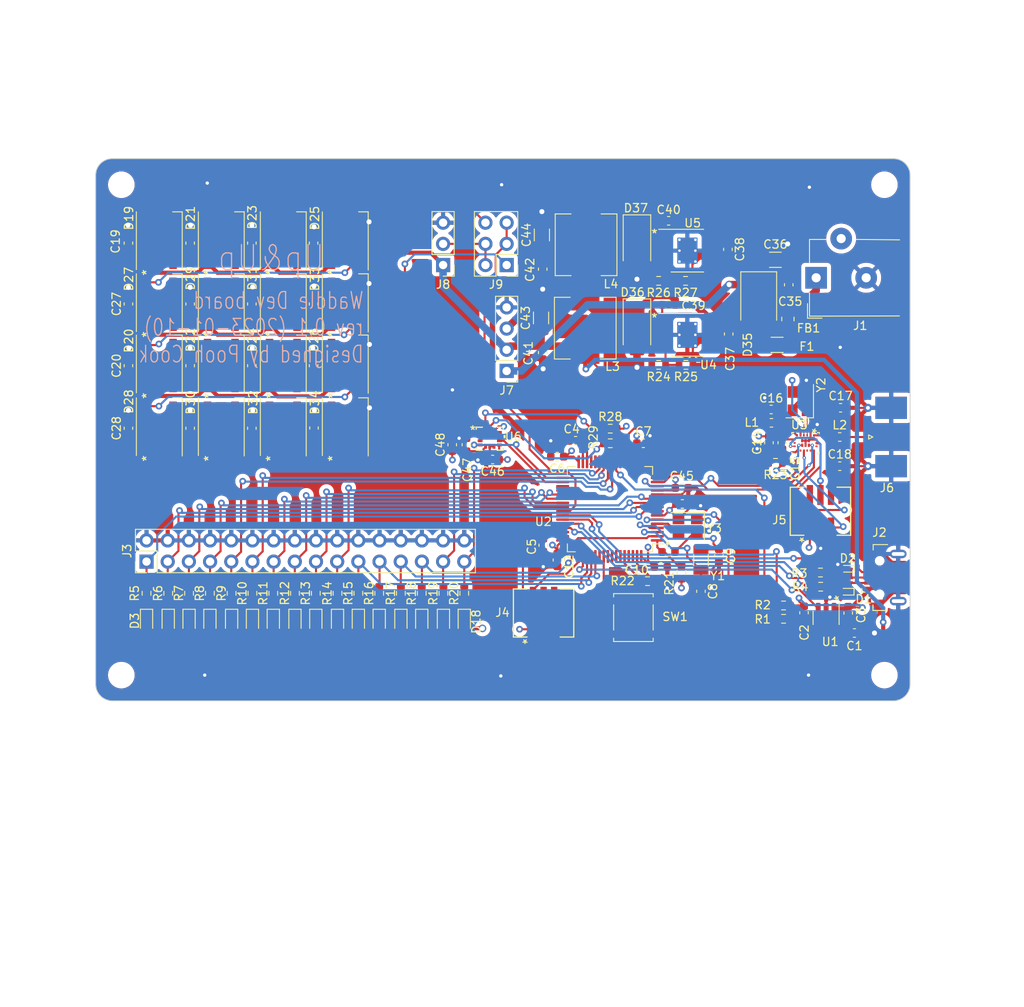
<source format=kicad_pcb>
(kicad_pcb (version 20221018) (generator pcbnew)
  (layers (0 "F.Cu" signal) (1 "In1.Cu" signal) (2 "In2.Cu" signal) (31 "B.Cu" signal) (34 "B.Paste" user) (35 "F.Paste" user) (36 "B.SilkS" user "B.Silkscreen") (37 "F.SilkS" user "F.Silkscreen") (38 "B.Mask" user) (39 "F.Mask" user) (44 "Edge.Cuts" user))
  (net 0 "")
  (net 1 "/power/+5V")
  (net 2 "GND")
  (net 3 "Net-(J2-VBUS)")
  (net 4 "Net-(U2B-VCAP_1)")
  (net 5 "Net-(U2B-VCAP_2)")
  (net 6 "+3V3")
  (net 7 "Net-(U2A-PH0{slash}OSC_IN)")
  (net 8 "Net-(U2A-PH1{slash}OSC_OUT)")
  (net 9 "Net-(J4-Pin_5)")
  (net 10 "Net-(U3-VBAT_LOW)")
  (net 11 "Net-(U3-RFIOp)")
  (net 12 "Net-(J6-In)")
  (net 13 "/power/12V_COND")
  (net 14 "Net-(D36-K)")
  (net 15 "Net-(U4-BOOT)")
  (net 16 "Net-(D37-K)")
  (net 17 "Net-(U5-BOOT)")
  (net 18 "Net-(D1-A1)")
  (net 19 "Net-(D2-A1)")
  (net 20 "Net-(D3-K)")
  (net 21 "Net-(D4-K)")
  (net 22 "Net-(D5-K)")
  (net 23 "Net-(D6-K)")
  (net 24 "Net-(D7-K)")
  (net 25 "Net-(D8-K)")
  (net 26 "Net-(D9-K)")
  (net 27 "Net-(D10-K)")
  (net 28 "Net-(D11-K)")
  (net 29 "Net-(D12-K)")
  (net 30 "Net-(D13-K)")
  (net 31 "Net-(D14-K)")
  (net 32 "Net-(D15-K)")
  (net 33 "Net-(D16-K)")
  (net 34 "Net-(D17-K)")
  (net 35 "Net-(D18-K)")
  (net 36 "Net-(D19-DOUT)")
  (net 37 "/CPU/LED_PWM")
  (net 38 "Net-(D20-DOUT)")
  (net 39 "Net-(D20-DIN)")
  (net 40 "Net-(D21-DOUT)")
  (net 41 "Net-(D22-DOUT)")
  (net 42 "Net-(D23-DOUT)")
  (net 43 "Net-(D24-DOUT)")
  (net 44 "Net-(D25-DOUT)")
  (net 45 "Net-(D26-DOUT)")
  (net 46 "Net-(D27-DOUT)")
  (net 47 "Net-(D28-DOUT)")
  (net 48 "Net-(D29-DOUT)")
  (net 49 "Net-(D30-DOUT)")
  (net 50 "Net-(D31-DOUT)")
  (net 51 "Net-(D32-DOUT)")
  (net 52 "Net-(D35-A)")
  (net 53 "Net-(F1-Pad2)")
  (net 54 "/power/+12V")
  (net 55 "Net-(FL1-Pad1)")
  (net 56 "Net-(FL1-Pad3)")
  (net 58 "/CPU/USB_ID")
  (net 59 "/test_points/TP01")
  (net 60 "/test_points/TP02")
  (net 61 "/test_points/TP03")
  (net 62 "/test_points/TP04")
  (net 63 "/test_points/TP05")
  (net 64 "/test_points/TP06")
  (net 65 "/test_points/TP07")
  (net 66 "/test_points/TP08")
  (net 67 "/test_points/TP09")
  (net 68 "/test_points/TP10")
  (net 69 "/test_points/TP11")
  (net 70 "/test_points/TP12")
  (net 71 "/CPU/SWCLK")
  (net 72 "/CPU/SWDIO")
  (net 73 "/CPU/SWO")
  (net 74 "Net-(J5-Pin_2)")
  (net 75 "Net-(J5-Pin_4)")
  (net 76 "Net-(J5-Pin_5)")
  (net 78 "Net-(U3-Lx)")
  (net 79 "/CPU/USB_VBUS")
  (net 80 "/CPU/USB_P")
  (net 81 "/CPU/USB_M")
  (net 82 "/test_points/TP13")
  (net 83 "/test_points/TP14")
  (net 84 "/test_points/TP15")
  (net 85 "/test_points/TP16")
  (net 86 "Net-(U2B-VBAT)")
  (net 87 "Net-(U2A-BOOT0)")
  (net 88 "/BLE/BLE_NRESET")
  (net 89 "Net-(U4-VSENSE)")
  (net 90 "Net-(U5-VSENSE)")
  (net 91 "/CPU/USB_OVER_C")
  (net 92 "/CPU/OTG_PWR_EN")
  (net 93 "/BLE/BLE_RTS")
  (net 94 "/BLE/BLE_CTS")
  (net 95 "/BLE/BLE_UART_RX")
  (net 96 "/BLE/BLE_UART_TX")
  (net 100 "/CPU/GY_SDA")
  (net 101 "/CPU/GY_SCL")
  (net 102 "/CPU/GY_INT1")
  (net 103 "/CPU/GY_INT2")
  (net 113 "Net-(U3-XTAL32Mp)")
  (net 114 "Net-(U3-XTAL32Mm)")
  (net 126 "Net-(U2A-PC14{slash}OSC32_IN)")
  (net 127 "Net-(U2A-PC15{slash}OSC32_OUT)")
  (net 128 "Net-(D19-DIN)")
  (net 129 "Net-(D34-DOUT)")
  (net 130 "Net-(J8-Pin_2)")
  (footprint "local:LQFP-64_10x10mm_P0.5mm" (layer "F.Cu") (at 163.589559 102.800001 180)
    (fp_text reference "U2")
    (fp_text value "STM32F405RGT6")
  )
  (footprint "Resistor_SMD:R_0603_1608Metric" (layer "F.Cu") (at 163.625 93.15)
    (fp_text reference "R28")
    (fp_text value "10K")
  )
  (footprint "Resistor_SMD:R_0603_1608Metric" (layer "F.Cu") (at 188.83 110.4)
    (fp_text reference "R3")
    (fp_text value "22R")
  )
  (footprint "Capacitor_SMD:C_0603_1608Metric" (layer "F.Cu") (at 120.65 85.6 90)
    (fp_text reference "C24" hide)
    (fp_text value "0.1uf")
  )
  (footprint "Capacitor_SMD:C_0603_1608Metric" (layer "F.Cu") (at 146.375 95.075 90)
    (fp_text reference "C47")
    (fp_text value "0.1uf")
  )
  (footprint "local:QFN_6DSLTR_STM" (layer "F.Cu") (at 149.175 94.35)
    (fp_text reference "U6")
    (fp_text value "LSM6DSLTR")
  )
  (footprint "Resistor_SMD:R_0603_1608Metric" (layer "F.Cu") (at 135.92 112.89 90)
    (fp_text reference "R16")
    (fp_text value "330R")
  )
  (footprint "local:PinHeader_1x03_P2.54mm_Vertical" (layer "F.Cu") (at 143.58 73.53 180)
    (fp_text reference "J8")
    (fp_text value "LED_OUT")
  )
  (footprint "Resistor_SMD:R_0603_1608Metric" (layer "F.Cu") (at 141.02 112.89 90)
    (fp_text reference "R18")
    (fp_text value "330R")
  )
  (footprint "local:SW-4_5.1x5.1x2.5" (layer "F.Cu") (at 166.45 115.75)
    (fp_text reference "SW1")
    (fp_text value "STM_RESET")
  )
  (footprint "Inductor_SMD:L_0603_1608Metric" (layer "F.Cu") (at 182.9525 92.45)
    (fp_text reference "L1")
    (fp_text value "2.2uH")
  )
  (footprint "local:MountingHole_2.7mm_M2.5_6mm_court" (layer "F.Cu") (at 196.5 63.9)
    (fp_text reference "H3" hide)
    (fp_text value "MountingHole")
  )
  (footprint "local:SMA_EdgeMount_Horizontal" (layer "F.Cu") (at 197.505 94.15 90)
    (fp_text reference "J6")
    (fp_text value "Conn_Coaxial")
  )
  (footprint "Crystal:Crystal_SMD_3225-4Pin_3.2x2.5mm" (layer "F.Cu") (at 172.906233 104.860714 180)
    (fp_text reference "Y3")
    (fp_text value "8MHz")
  )
  (footprint "Capacitor_SMD:C_0603_1608Metric" (layer "F.Cu") (at 113.25 93.1 90)
    (fp_text reference "C30" hide)
    (fp_text value "0.1uf")
  )
  (footprint "Resistor_SMD:R_0603_1608Metric" (layer "F.Cu") (at 133.42 112.89 90)
    (fp_text reference "R15")
    (fp_text value "330R")
  )
  (footprint "Diode_SMD:D_0603_1608Metric" (layer "F.Cu") (at 120.72 116.29 -90)
    (fp_text reference "D8" hide)
    (fp_text value "Y-LED")
  )
  (footprint "Resistor_SMD:R_0603_1608Metric" (layer "F.Cu") (at 128.32 112.89 90)
    (fp_text reference "R13")
    (fp_text value "330R")
  )
  (footprint "local:LED_WS2812B_PLCC4_5.0x5.0mm_P3.2mm" (layer "F.Cu") (at 116.983333 85.577 90)
    (fp_text reference "D22")
    (fp_text value "WS2812B")
  )
  (footprint "local:USB_MICRO_5.9mm" (layer "F.Cu") (at 196.93 111 90)
    (fp_text reference "J2")
    (fp_text value "USB")
  )
  (footprint "Capacitor_SMD:C_0603_1608Metric" (layer "F.Cu") (at 170.625 68.225 180)
    (fp_text reference "C40")
    (fp_text value "0.01uf")
  )
  (footprint "local:LED_WS2812B_PLCC4_5.0x5.0mm_P3.2mm" (layer "F.Cu") (at 124.416666 93.1 90)
    (fp_text reference "D32")
    (fp_text value "WS2812B")
  )
  (footprint "Diode_SMD:D_0603_1608Metric" (layer "F.Cu") (at 135.92 116.29 -90)
    (fp_text reference "D14" hide)
    (fp_text value "B-LED")
  )
  (footprint "local:L_7.3x7.3_Bourne" (layer "F.Cu") (at 160.625 81.1 -90)
    (fp_text reference "L3")
    (fp_text value "22uH")
  )
  (footprint "Capacitor_SMD:C_0603_1608Metric" (layer "F.Cu") (at 184.2525 94.8375 -90)
    (fp_text reference "C15")
    (fp_text value "0.1uf")
  )
  (footprint "local:LED_WS2812B_PLCC4_5.0x5.0mm_P3.2mm" (layer "F.Cu") (at 109.55 93.1 90)
    (fp_text reference "D28")
    (fp_text value "WS2812B")
  )
  (footprint "Diode_SMD:D_SMB" (layer "F.Cu") (at 181.425 78 -90)
    (fp_text reference "D35")
    (fp_text value "SK54TR")
  )
  (footprint "local:Crystal_SMD_3215-2Pin_3.2x1.5mm" (layer "F.Cu") (at 174.499609 108.900483 90)
    (fp_text reference "Y1")
    (fp_text value "32.768KHz")
  )
  (footprint "Capacitor_SMD:C_0603_1608Metric" (layer "F.Cu") (at 105.85 78.2 90)
    (fp_text reference "C27")
    (fp_text value "0.1uf")
  )
  (footprint "local:FCGQFN24" (layer "F.Cu") (at 187.04 94.8625 -90)
    (fp_text reference "U3")
    (fp_text value "DA14531-00")
  )
  (footprint "Capacitor_SMD:C_0603_1608Metric" (layer "F.Cu") (at 182.6525 94.8375 90)
    (fp_text reference "C14")
    (fp_text value "1uf")
  )
  (footprint "local:SOT-23-5" (layer "F.Cu") (at 189.505 115.8375 90)
    (fp_text reference "U1")
    (fp_text value "TPS2065C")
  )
  (footprint "local:MountingHole_2.7mm_M2.5_6mm_court" (layer "F.Cu") (at 105 63.9)
    (fp_text reference "H4" hide)
    (fp_text value "MountingHole")
  )
  (footprint "Capacitor_SMD:C_0603_1608Metric" (layer "F.Cu") (at 120.65 70.9 90)
    (fp_text reference "C23" hide)
    (fp_text value "0.1uf")
  )
  (footprint "Capacitor_SMD:C_1206_3216Metric" (layer "F.Cu") (at 155.425 69.925 90)
    (fp_text reference "C44")
    (fp_text value "47uF/10v")
  )
  (footprint "local:MountingHole_2.7mm_M2.5_6mm_court" (layer "F.Cu") (at 105 122.7)
    (fp_text reference "H1" hide)
    (fp_text value "MountingHole")
  )
  (footprint "Capacitor_SMD:C_0603_1608Metric" (layer "F.Cu") (at 182.915 90.85 180)
    (fp_text reference "C16")
    (fp_text value "1uf")
  )
  (footprint "local:LED_WS2812B_PLCC4_5.0x5.0mm_P3.2mm" (layer "F.Cu") (at 124.416666 70.8 90)
    (fp_text reference "D23")
    (fp_text value "WS2812B")
  )
  (footprint "local:DLP11SA900HL2L" (layer "F.Cu") (at 191.13 111.05)
    (fp_text reference "FL1" hide)
    (fp_text value "150mA")
  )
  (footprint "Resistor_SMD:R_0603_1608Metric" (layer "F.Cu") (at 118.22 112.89 90)
    (fp_text reference "R9")
    (fp_text value "330R")
  )
  (footprint "Capacitor_SMD:C_0603_1608Metric" (layer "F.Cu") (at 113.25 78.2 90)
    (fp_text reference "C29" hide)
    (fp_text value "0.1uf")
  )
  (footprint "Capacitor_SMD:C_0603_1608Metric" (layer "F.Cu") (at 192.905 117.65)
    (fp_text reference "C1")
    (fp_text value "10uf")
  )
  (footprint "Resistor_SMD:R_0603_1608Metric" (layer "F.Cu") (at 172.7 85.5 180)
    (fp_text reference "R25")
    (fp_text value "3K3")
  )
  (footprint "local:D_SOD-923" (layer "F.Cu") (at 192.105 109.95 180)
    (fp_text reference "D2")
    (fp_text value "5VPD")
  )
  (footprint "Capacitor_SMD:C_0603_1608Metric" (layer "F.Cu") (at 113.25 70.9 90)
    (fp_text reference "C21" hide)
    (fp_text value "0.1uf")
  )
  (footprint "local:L_7.3x7.3_Bourne" (layer "F.Cu") (at 160.725 71.1 -90)
    (fp_text reference "L4")
    (fp_text value "22uH")
  )
  (footprint "Resistor_SMD:R_0603_1608Metric" (layer "F.Cu") (at 146.12 112.89 90)
    (fp_text reference "R20")
    (fp_text value "330R")
  )
  (footprint "local:CONN_20021221-00006T4LF_AMP" (layer "F.Cu") (at 188.825002 103.049999 180)
    (fp_text reference "J5")
    (fp_text value "DA PROG" hide)
  )
  (footprint "Diode_SMD:D_SMA" (layer "F.Cu") (at 166.825 71.025 -90)
    (fp_text reference "D37")
    (fp_text value "SS34")
  )
  (footprint "Capacitor_SMD:C_1206_3216Metric" (layer "F.Cu") (at 183.425 72.9)
    (fp_text reference "C36")
    (fp_text value "10uF/50V")
  )
  (footprint "Resistor_SMD:R_0603_1608Metric" (layer "F.Cu") (at 169.425 85.5 180)
    (fp_text reference "R24")
    (fp_text value "10K")
  )
  (footprint "Resistor_SMD:R_0603_1608Metric" (layer "F.Cu") (at 108.02 112.89 90)
    (fp_text reference "R5")
    (fp_text value "330R")
  )
  (footprint "Resistor_SMD:R_0603_1608Metric" (layer "F.Cu") (at 123.22 112.89 90)
    (fp_text reference "R11")
    (fp_text value "330R")
  )
  (footprint "Capacitor_SMD:C_0603_1608Metric" (layer "F.Cu") (at 120.65 78.2 90)
    (fp_text reference "C31" hide)
    (fp_text value "0.1uf")
  )
  (footprint "Capacitor_SMD:C_0603_1608Metric" (layer "F.Cu") (at 128.05 78.2 90)
    (fp_text reference "C33" hide)
    (fp_text value "0.1uf")
  )
  (footprint "Resistor_SMD:R_0603_1608Metric" (layer "F.Cu") (at 172.163771 110.387974 90)
    (fp_text reference "R21")
    (fp_text value "0R")
  )
  (footprint "local:LED_WS2812B_PLCC4_5.0x5.0mm_P3.2mm" (layer "F.Cu") (at 109.55 85.577 90)
    (fp_text reference "D20")
    (fp_text value "WS2812B")
  )
  (footprint "local:LED_WS2812B_PLCC4_5.0x5.0mm_P3.2mm" (layer "F.Cu") (at 131.85 70.8 90)
    (fp_text reference "D25")
    (fp_text value "WS2812B")
  )
  (footprint "Diode_SMD:D_0603_1608Metric" (layer "F.Cu") (at 138.52 116.29 -90)
    (fp_text reference "D15" hide)
    (fp_text value "R-LED")
  )
  (footprint "Resistor_SMD:R_0603_1608Metric" (layer "F.Cu") (at 130.92 112.89 90)
    (fp_text reference "R14")
    (fp_text value "330R")
  )
  (footprint "Capacitor_SMD:C_0603_1608Metric" (layer "F.Cu") (at 186.855 115.225 90)
    (fp_text reference "C2")
    (fp_text value "0.1uf")
  )
  (footprint "Capacitor_SMD:C_0603_1608Metric" (layer "F.Cu") (at 120.65 93.1 90)
    (fp_text reference "C32" hide)
    (fp_text value "0.1uf")
  )
  (footprint "Capacitor_SMD:C_0603_1608Metric" (layer "F.Cu") (at 113.25 85.6 90)
    (fp_text reference "C22" hide)
    (fp_text value "0.1uf")
  )
  (footprint "Resistor_SMD:R_0603_1608Metric" (layer "F.Cu") (at 183.44 97.25 180)
    (fp_text reference "R23")
    (fp_text value "0R")
  )
  (footprint "Diode_SMD:D_0603_1608Metric" (layer "F.Cu") (at 115.62 116.29 -90)
    (fp_text reference "D6" hide)
    (fp_text value "B-LED")
  )
  (footprint "Capacitor_SMD:C_0603_1608Metric" (layer "F.Cu") (at 185.025 75.9 90)
    (fp_text reference "C35")
    (fp_text value "0.1uf")
  )
  (footprint "Capacitor_SMD:C_0603_1608Metric" (layer "F.Cu") (at 155.589559 107.125 -90)
    (fp_text reference "C5")
    (fp_text value "2.2uf")
  )
  (footprint "Capacitor_SMD:C_0603_1608Metric" (layer "F.Cu") (at 169.691714 109.727213)
    (fp_text reference "C10")
    (fp_text value "0.1uf")
  )
  (footprint "Capacitor_SMD:C_0603_1608Metric" (layer "F.Cu") (at 105.85 93.1 90)
    (fp_text reference "C28")
    (fp_text value "0.1uf")
  )
  (footprint "Capacitor_SMD:C_0603_1608Metric" (layer "F.Cu") (at 128.05 70.9 90)
    (fp_text reference "C25" hide)
    (fp_text value "0.1uf")
  )
  (footprint "Capacitor_SMD:C_0603_1608Metric" (layer "F.Cu") (at 174.499609 112.650484 -90)
    (fp_text reference "C8")
    (fp_text value "12pf")
  )
  (footprint "Diode_SMD:D_0603_1608Metric" (layer "F.Cu") (at 125.82 116.29 -90)
    (fp_text reference "D10" hide)
    (fp_text value "B-LED")
  )
  (footprint "Diode_SMD:D_0603_1608Metric" (layer "F.Cu") (at 143.62 116.29 -90)
    (fp_text reference "D17" hide)
    (fp_text value "G-LED")
  )
  (footprint "local:CONN_20021221-00006T4LF_AMP" (layer "F.Cu") (at 155.63 115.250001 180)
    (fp_text reference "J4")
    (fp_text value "DA PROG")
  )
  (footprint "Resistor_SMD:R_0603_1608Metric" (layer "F.Cu") (at 125.82 112.89 90)
    (fp_text reference "R12")
    (fp_text value "330R")
  )
  (footprint "Capacitor_SMD:C_0603_1608Metric" (layer "F.Cu") (at 170.608136 107.936629)
    (fp_text reference "C13" hide)
    (fp_text value "0.1uf")
  )
  (footprint "Resistor_SMD:R_0603_1608Metric" (layer "F.Cu") (at 169.425 75.425 180)
    (fp_text reference "R26")
    (fp_text value "10K")
  )
  (footprint "Inductor_SMD:L_0603_1608Metric" (layer "F.Cu") (at 191.14 94.15)
    (fp_text reference "L2")
    (fp_text value "3.3nH")
  )
  (footprint "local:PinHeader_2x03_P2.54mm_Vertical" (layer "F.Cu") (at 151.2 73.53 180)
    (fp_text reference "J9")
    (fp_text value "PWM_SELECT")
  )
  (footprint "Capacitor_SMD:C_1206_3216Metric" (layer "F.Cu") (at 155.325 79.875 90)
    (fp_text reference "C43")
    (fp_text value "47uF/10v")
  )
  (footprint "Capacitor_SMD:C_0603_1608Metric" (layer "F.Cu") (at 159.464559 94.600001 180)
    (fp_text reference "C4")
    (fp_text value "2.2uf")
  )
  (footprint "Capacitor_SMD:C_0603_1608Metric" (layer "F.Cu") (at 172.2 100.25)
    (fp_text reference "C45")
    (fp_text value "0.1uf")
  )
  (footprint "Capacitor_SMD:C_0603_1608Metric" (layer "F.Cu") (at 157.264559 96.500001 180)
    (fp_text reference "C6")
    (fp_text value "1uf")
  )
  (footprint "Resistor_SMD:R_0603_1608Metric" (layer "F.Cu") (at 188.855 112.1)
    (fp_text reference "R4")
    (fp_text value "22R")
  )
  (footprint "Capacitor_SMD:C_0603_1608Metric" (layer "F.Cu") (at 176.653899 108.399065 -90)
    (fp_text reference "C9")
    (fp_text value "12pf")
  )
  (footprint "local:LED_WS2812B_PLCC4_5.0x5.0mm_P3.2mm" (layer "F.Cu") (at 109.55 78.233 90)
    (fp_text reference "D27")
    (fp_text value "WS2812B")
  )
  (footprint "Resistor_SMD:R_0805_2012Metric" (layer "F.Cu") (at 184.925 80 90)
    (fp_text reference "FB1")
    (fp_text value "45mΩ")
  )
  (footprint "Resistor_SMD:R_0603_1608Metric" (layer "F.Cu") (at 168.091714 111.437213 180)
    (fp_text reference "R22")
    (fp_text value "100K")
  )
  (footprint "Resistor_SMD:R_0603_1608Metric" (layer "F.Cu") (at 113.12 112.89 90)
    (fp_text reference "R7")
    (fp_text value "330R")
  )
  (footprint "Capacitor_SMD:C_0603_1608Metric" (layer "F.Cu") (at 155.525 74.025 -90)
    (fp_text reference "C42")
    (fp_text value "0.1uf")
  )
  (footprint "local:LED_WS2812B_PLCC4_5.0x5.0mm_P3.2mm" (layer "F.Cu") (at 116.983333 78.233 90)
    (fp_text reference "D29")
    (fp_text value "WS2812B")
  )
  (footprint "Resistor_SMD:R_0603_1608Metric" (layer "F.Cu") (at 115.62 112.89 90)
    (fp_text reference "R8")
    (fp_text value "330R")
  )
  (footprint "Capacitor_SMD:C_0603_1608Metric" (layer "F.Cu") (at 128.1 93.075 90)
    (fp_text reference "C34" hide)
    (fp_text value "0.1uf")
  )
  (footprint "Resistor_SMD:R_0603_1608Metric" (layer "F.Cu") (at 184.405 114.35 180)
    (fp_text reference "R2")
    (fp_text value "10K")
  )
  (footprint "local:LED_WS2812B_PLCC4_5.0x5.0mm_P3.2mm" (layer "F.Cu") (at 116.983333 70.8 90)
    (fp_text reference "D21")
    (fp_text value "WS2812B")
  )
  (footprint "local:LED_WS2812B_PLCC4_5.0x5.0mm_P3.2mm" (layer "F.Cu") (at 124.416666 78.233 90)
    (fp_text reference "D31")
    (fp_text value "WS2812B")
  )
  (footprint "local:PinHeader_1x04_P2.54mm_Vertical" (layer "F.Cu") (at 151.2 86.23 180)
    (fp_text reference "J7")
    (fp_text value "Power")
  )
  (footprint "Diode_SMD:D_0603_1608Metric" (layer "F.Cu") (at 128.32 116.29 -90)
    (fp_text reference "D11" hide)
    (fp_text value "R-LED")
  )
  (footprint "Capacitor_SMD:C_0603_1608Metric" (layer "F.Cu") (at 177.73 71.65 -90)
    (fp_text reference "C38")
    (fp_text value "0.1uf")
  )
  (footprint "Diode_SMD:D_0603_1608Metric" (layer "F.Cu") (at 146.12 116.29 -90)
    (fp_text reference "D18")
    (fp_text value "B-LED")
  )
  (footprint "Capacitor_SMD:C_0603_1608Metric" (layer "F.Cu") (at 105.85 85.6 90)
    (fp_text reference "C20")
    (fp_text value "0.1uf")
  )
  (footprint "Resistor_SMD:R_0603_1608Metric" (layer "F.Cu") (at 143.62 112.89 90)
    (fp_text reference "R19")
    (fp_text value "330R")
  )
  (footprint "Capacitor_SMD:C_0603_1608Metric" (layer "F.Cu") (at 167.589559 94.9)
    (fp_text reference "C7")
    (fp_text value "0.1uf")
  )
  (footprint "Capacitor_SMD:C_0603_1608Metric" (layer "F.Cu") (at 191.14 97.65)
    (fp_text reference "C18")
    (fp_text value "1.8pF")
  )
  (footprint "Capacitor_SMD:C_0603_1608Metric" (layer "F.Cu") (at 105.85 70.9 90)
    (fp_text reference "C19")
    (fp_text value "0.1uf")
  )
  (footprint "Capacitor_SMD:C_0603_1608Metric" (layer "F.Cu") (at 128.05 85.6 90)
    (fp_text reference "C26" hide)
    (fp_text value "0.1uf")
  )
  (footprint "Capacitor_SMD:C_0603_1608Metric" (layer "F.Cu") (at 177.825 81.8 -90)
    (fp_text reference "C37")
    (fp_text value "0.1uf")
  )
  (footprint "Capacitor_SMD:C_0603_1608Metric" (layer "F.Cu") (at 192.155 115.2625 -90)
    (fp_text reference "C3")
    (fp_text value "10uf")
  )
  (footprint "Resistor_SMD:R_0603_1608Metric" (layer "F.Cu") (at 110.62 112.89 90)
    (fp_text reference "R6")
    (fp_text value "330R")
  )
  (footprint "local:LED_WS2812B_PLCC4_5.0x5.0mm_P3.2mm" (layer "F.Cu") (at 116.983333 93.1 90)
    (fp_text reference "D30")
    (fp_text value "WS2812B")
  )
  (footprint "Capacitor_SMD:C_0603_1608Metric" (layer "F.Cu") (at 191.24 90.65)
    (fp_text reference "C17")
    (fp_text value "1.8pF")
  )
  (footprint "Resistor_SMD:R_0603_1608Metric" (layer "F.Cu") (at 120.72 112.89 90)
    (fp_text reference "R10")
    (fp_text value "330R")
  )
  (footprint "local:HSOP-8-1EP_3.9x4.9mm_P1.27mm_EP2.41x3.1mm_ThermalVias" (layer "F.Cu") (at 172.875 71.805)
    (fp_text reference "U5")
    (fp_text value "TPS5430")
  )
  (footprint "Diode_SMD:D_0603_1608Metric" (layer "F.Cu") (at 113.12 116.29 -90)
    (fp_text reference "D5" hide)
    (fp_text value "G-LED")
  )
  (footprint "Diode_SMD:D_0603_1608Metric" (layer "F.Cu") (at 133.42 116.29 -90)
    (fp_text reference "D13" hide)
    (fp_text value "G-LED")
  )
  (footprint "local:LED_WS2812B_PLCC4_5.0x5.0mm_P3.2mm" (layer "F.Cu") (at 131.85 78.233 90)
    (fp_text reference "D33")
    (fp_text value "WS2812B")
  )
  (footprint "Capacitor_SMD:C_0603_1608Metric" (layer "F.Cu") (at 170.625 78.3 180)
    (fp_text reference "C39")
    (fp_text value "0.01uf")
  )
  (footprint "Resistor_SMD:R_0603_1608Metric" (layer "F.Cu") (at 184.405 115.95)
    (fp_text reference "R1")
    (fp_text value "15K")
  )
  (footprint "Diode_SMD:D_SMA" (layer "F.Cu") (at 166.825 81.1 -90)
    (fp_text reference "D36")
    (fp_text value "SS34")
  )
  (footprint "Diode_SMD:D_0603_1608Metric" (layer "F.Cu") (at 118.22 116.29 -90)
    (fp_text reference "D7" hide)
    (fp_text value "R-LED")
  )
  (footprint "Diode_SMD:D_0603_1608Metric" (layer "F.Cu") (at 110.62 116.29 -90)
    (fp_text reference "D4" hide)
    (fp_text value "Y-LED")
  )
  (footprint "Diode_SMD:D_0603_1608Metric" (layer "F.Cu") (at 123.22 116.29 -90)
    (fp_text reference "D9" hide)
    (fp_text value "G-LED")
  )
  (footprint "Resistor_SMD:R_0603_1608Metric" (layer "F.Cu") (at 172.65 75.425 180)
    (fp_text reference "R27")
    (fp_text value "5K6")
  )
  (footprint "Capacitor_SMD:C_0603_1608Metric" (layer "F.Cu") (at 149.525 96.85 180)
    (fp_text reference "C46")
    (fp_text value "1uf")
  )
  (footprint "local:D_SOD-923" (layer "F.Cu") (at 192.055 112.7 180)
    (fp_text reference "D1")
    (fp_text value "5VPD")
  )
  (footprint "local:MountingHole_2.7mm_M2.5_6mm_court" (layer "F.Cu") (at 196.5 122.7)
    (fp_text reference "H2" hide)
    (fp_text value "MountingHole")
  )
  (footprint "local:LED_WS2812B_PLCC4_5.0x5.0mm_P3.2mm" (layer "F.Cu") (at 131.85 93.1 90)
    (fp_text reference "D34")
    (fp_text value "WS2812B")
  )
  (footprint "local:HSOP-8-1EP_3.9x4.9mm_P1.27mm_EP2.41x3.1mm_ThermalVias" (layer "F.Cu") (at 172.87 81.9)
    (fp_text reference "U4")
    (fp_text value "TPS5430")
  )
  (footprint "local:BarrelJack_CUI_PJ-102AH_Horizontal" (layer "F.Cu") (at 188.313 75.058 90)
    (fp_text reference "J1")
    (fp_text value "PJ-102A")
  )
  (footprint "Capacitor_SMD:C_0603_1608Metric" (layer "F.Cu") (at 172.266893 102.173708 180)
    (fp_text reference "C11" hide)
    (fp_text value "0.1uf")
  )
  (footprint "Capacitor_SMD:C_0603_1608Metric" (layer "F.Cu") (at 155.525 84.025 -90)
    (fp_text reference "C41")
    (fp_text value "0.1uf")
  )
  (footprint "Crystal:Crystal_SMD_3225-4Pin_3.2x2.5mm" (layer "F.Cu") (at 186.34 89.85 90)
    (fp_text reference "Y2")
    (fp_text value "32MHZ")
  )
  (footprint "Diode_SMD:D_0603_1608Metric" (layer "F.Cu") (at 141.02 116.29 -90)
    (fp_text reference "D16" hide)
    (fp_text value "Y-LED")
  )
  (footprint "Diode_SMD:D_0603_1608Metric" (layer "F.Cu") (at 130.92 116.29 -90)
    (fp_text reference "D12" hide)
    (fp_text value "Y-LED")
  )
  (footprint "local:PinHeader_2x16_P2.54mm_Vertical" (layer "F.Cu") (at 108.02 109.09 90)
    (fp_text reference "J3")
    (fp_text value "TEST_IO")
  )
  (footprint "Capacitor_SMD:C_0603_1608Metric" (layer "F.Cu") (at 144.675 95.075 90)
    (fp_text reference "C48")
    (fp_text value "0.1uf")
  )
  (footprint "local:LED_WS2812B_PLCC4_5.0x5.0mm_P3.2mm" (layer "F.Cu") (at 109.55 70.8 90)
    (fp_text reference "D19")
    (fp_text value "WS2812B")
  )
  (footprint "Resistor_SMD:R_1206_3216Metric" (layer "F.Cu") (at 183.625 83.1)
    (fp_text reference "F1")
    (fp_text value "2A")
  )
  (footprint "Resistor_SMD:R_0603_1608Metric" (layer "F.Cu") (at 138.52 112.89 90)
    (fp_text reference "R17")
    (fp_text value "330R")
  )
  (footprint "Resistor_SMD:R_0603_1608Metric" (layer "F.Cu") (at 163.625 94.9)
    (fp_text reference "R29")
    (fp_text value "10K")
  )
  (footprint "local:LED_WS2812B_PLCC4_5.0x5.0mm_P3.2mm" (layer "F.Cu") (at 131.85 85.577 90)
    (fp_text reference "D26")
    (fp_text value "WS2812B")
  )
  (footprint "local:LED_WS2812B_PLCC4_5.0x5.0mm_P3.2mm" (layer "F.Cu") (at 124.416666 85.577 90)
    (fp_text reference "D24")
    (fp_text value "WS2812B")
  )
  (footprint "Diode_SMD:D_0603_1608Metric" (layer "F.Cu") (at 108.02 116.29 -90)
    (fp_text reference "D3")
    (fp_text value "R-LED")
  )
  (footprint "Capacitor_SMD:C_0603_1608Metric" (layer "F.Cu") (at 157.289559 108.9 -90)
    (fp_text reference "C12")
    (fp_text value "0.1uf")
  )
  (gr_arc (start 197.585786 60.764214) (mid 199 61.35) (end 199.585786 62.764214) (stroke (width 0.1)) (layer "Edge.Cuts"))
  (gr_arc (start 101.914214 62.764214) (mid 102.5 61.35) (end 103.914214 60.764214) (stroke (width 0.1)) (layer "Edge.Cuts"))
  (gr_arc (start 103.914214 125.785786) (mid 102.5 125.2) (end 101.914214 123.785786) (stroke (width 0.1)) (layer "Edge.Cuts"))
  (gr_line (start 197.585786 125.785786) (end 103.914214 125.785786) (stroke (width 0.1)) (layer "Edge.Cuts"))
  (gr_line (start 199.585786 62.764214) (end 199.585786 123.785786) (stroke (width 0.1)) (layer "Edge.Cuts"))
  (gr_line (start 101.914214 123.785786) (end 101.914214 62.764214) (stroke (width 0.1)) (layer "Edge.Cuts"))
  (gr_line (start 103.914214 60.764214) (end 197.585786 60.764214) (stroke (width 0.1)) (layer "Edge.Cuts"))
  (gr_arc (start 199.585786 123.785786) (mid 199 125.2) (end 197.585786 125.785786) (stroke (width 0.1)) (layer "Edge.Cuts"))
  (gr_text "Up&Up" (at 129.5 74.45) (layer "B.SilkS") (effects (font (size 3 2.5)) (justify left bottom mirror)))
  (gr_text "Waddle Dev board\nrev 0.1 (2023-01-10)\nDesigned by Pooh Cook" (at 134.15 85.4) (layer "B.SilkS") (effects (font (size 2 1.5)) (justify left bottom mirror)))
  (segment (start 131.4 72.05) (end 142.1 72.05) (width 0.5) (layer "F.Cu") (net 1))
  (segment (start 121.566666 89.227) (end 122.766666 88.027) (width 0.5) (layer "F.Cu") (net 1))
  (segment (start 142.1 72.05) (end 143.58 73.53) (width 0.5) (layer "F.Cu") (net 1))
  (segment (start 120.65 78.975) (end 121.058666 78.975) (width 0.5) (layer "F.Cu") (net 1))
  (segment (start 193.055 118.575) (end 192.13 117.65) (width 0.5) (layer "F.Cu") (net 1))
  (segment (start 109.1 74.45) (end 114.133333 74.45) (width 0.5) (layer "F.Cu") (net 1))
  (segment (start 116.533333 81.883) (end 121.566666 81.883) (width 0.5) (layer "F.Cu") (net 1))
  (segment (start 107.9 88.027) (end 109.1 89.227) (width 0.5) (layer "F.Cu") (net 1))
  (segment (start 155.325 83.05) (end 155.525 83.25) (width 0.9) (layer "F.Cu") (net 1))
  (segment (start 114.133333 81.883) (end 115.333333 80.683) (width 0.5) (layer "F.Cu") (net 1))
  (segment (start 159.575 83.25) (end 160.625 84.3) (width 0.9) (layer "F.Cu") (net 1))
  (segment (start 109.1 96.75) (end 114.133333 96.75) (width 0.5) (layer "F.Cu") (net 1))
  (segment (start 107.9 80.683) (end 109.1 81.883) (width 0.5) (layer "F.Cu") (net 1))
  (segment (start 113.25 78.975) (end 113.625333 78.975) (width 0.5) (layer "F.Cu") (net 1))
  (segment (start 104.925 92.95) (end 105.85 93.875) (width 0.5) (layer "F.Cu") (net 1))
  (segment (start 113.625333 78.975) (end 115.333333 80.683) (width 0.5) (layer "F.Cu") (net 1))
  (segment (start 113.25 93.875) (end 113.658333 93.875) (width 0.5) (layer "F.Cu") (net 1))
  (segment (start 128.1 93.85) (end 128.5 93.85) (width 0.5) (layer "F.Cu") (net 1))
  (segment (start 105.85 86.375) (end 104.925 87.3) (width 0.5) (layer "F.Cu") (net 1))
  (segment (start 109.1 89.227) (end 114.133333 89.227) (width 0.5) (layer "F.Cu") (net 1))
  (segment (start 121.114666 86.375) (end 122.766666 88.027) (width 0.5) (layer "F.Cu") (net 1))
  (segment (start 105.85 93.875) (end 106.225 93.875) (width 0.5) (layer "F.Cu") (net 1))
  (segment (start 115.333333 95.55) (end 116.533333 96.75) (width 0.5) (layer "F.Cu") (net 1))
  (segment (start 107.9 95.55) (end 109.1 96.75) (width 0.5) (layer "F.Cu") (net 1))
  (segment (start 129 96.75) (end 130.2 95.55) (width 0.5) (layer "F.Cu") (net 1))
  (segment (start 114.133333 74.45) (end 115.333333 73.25) (width 0.5) (layer "F.Cu") (net 1))
  (segment (start 122.766666 73.25) (end 123.966666 74.45) (width 0.5) (layer "F.Cu") (net 1))
  (segment (start 114.133333 89.227) (end 115.333333 88.027) (width 0.5) (layer "F.Cu") (net 1))
  (segment (start 128.05 86.375) (end 128.548 86.375) (width 0.5) (layer "F.Cu") (net 1))
  (segment (start 123.966666 81.883) (end 129 81.883) (width 0.5) (layer "F.Cu") (net 1))
  (segment (start 122.766666 80.683) (end 123.966666 81.883) (width 0.5) (layer "F.Cu") (net 1))
  (segment (start 121.091666 93.875) (end 122.766666 95.55) (width 0.5) (layer "F.Cu") (net 1))
  (segment (start 115.333333 80.683) (end 116.533333 81.883) (width 0.5) (layer "F.Cu") (net 1))
  (segment (start 155.525 83.25) (end 151.64 83.25) (width 0.9) (layer "F.Cu") (net 1))
  (segment (start 105.85 86.375) (end 106.248 86.375) (width 0.5) (layer "F.Cu") (net 1))
  (segment (start 106.248 86.375) (end 107.9 88.027) (width 0.5) (layer "F.Cu") (net 1))
  (segment (start 196.35 118.05) (end 195.825 118.575) (width 0.5) (layer "F.Cu") (net 1))
  (segment (start 121.566666 96.75) (end 122.766666 95.55) (width 0.5) (layer "F.Cu") (net 1))
  (segment (start 195.825 118.575) (end 193.055 118.575) (width 0.5) (layer "F.Cu") (net 1))
  (segment (start 130.2 73.25) (end 131.4 72.05) (width 0.5) (layer "F.Cu") (net 1))
  (segment (start 106.225 93.875) (end 107.9 95.55) (width 0.5) (layer "F.Cu") (net 1))
  (segment (start 160.625 85.925) (end 160.625 84.3) (width 0.5) (layer "F.Cu") (net 1))
  (segment (start 106.192 78.975) (end 107.9 80.683) (width 0.5) (layer "F.Cu") (net 1))
  (segment (start 168.6 85.5) (end 168.6 85.825) (width 0.25) (layer "F.Cu") (net 1))
  (segment (start 129 81.883) (end 130.2 80.683) (width 0.5) (layer "F.Cu") (net 1))
  (segment (start 192.13 117.65) (end 191.13 117.65) (width 0.5) (layer "F.Cu") (net 1))
  (segment (start 104.925 79.9) (end 104.925 85.45) (width 0.5) (layer "F.Cu") (net 1))
  (segment (start 121.566666 81.883) (end 122.766666 80.683) (width 0.5) (layer "F.Cu") (net 1))
  (segment (start 191.13 117.65) (end 190.455 116.975) (width 0.5) (layer "F.Cu") (net 1))
  (segment (start 123.966666 74.45) (end 129 74.45) (width 0.5) (layer "F.Cu") (net 1))
  (segment (start 196.35 116.35) (end 196.35 118.05) (width 0.5) (layer "F.Cu") (net 1))
  (segment (start 107.9 73.25) (end 109.1 74.45) (width 0.5) (layer "F.Cu") (net 1))
  (segment (start 151.64 83.25) (end 151.2 83.69) (width 0.9) (layer "F.Cu") (net 1))
  (segment (start 115.333333 73.25) (end 116.533333 74.45) (width 0.5) (layer "F.Cu") (net 1))
  (segment (start 128.05 78.975) (end 128.492 78.975) (width 0.5) (layer "F.Cu") (net 1))
  (segment (start 122.766666 88.027) (end 122.766666 88.327) (width 0.5) (layer "F.Cu") (net 1))
  (segment (start 114.133333 96.75) (end 115.333333 95.55) (width 0.5) (layer "F.Cu") (net 1))
  (segment (start 116.533333 96.75) (end 121.566666 96.75) (width 0.5) (layer "F.Cu") (net 1))
  (segment (start 155.525 83.25) (end 159.575 83.25) (width 0.9) (layer "F.Cu") (net 1))
  (segment (start 129 74.45) (end 130.2 73.25) (width 0.5) (layer "F.Cu") (net 1))
  (segment (start 116.533333 89.227) (end 121.566666 89.227) (width 0.5) (layer "F.Cu") (net 1))
  (segment (start 104.925 87.3) (end 104.925 92.95) (width 0.5) (layer "F.Cu") (net 1))
  (segment (start 104.925 72.6) (end 104.925 78.05) (width 0.5) (layer "F.Cu") (net 1))
  (segment (start 121.566666 74.45) (end 122.766666 73.25) (width 0.5) (layer "F.Cu") (net 1))
  (segment (start 109.1 81.883) (end 114.133333 81.883) (width 0.5) (layer "F.Cu") (net 1))
  (segment (start 105.85 78.975) (end 104.925 79.9) (width 0.5) (layer "F.Cu") (net 1))
  (segment (start 120.65 93.875) (end 121.091666 93.875) (width 0.5) (layer "F.Cu") (net 1))
  (segment (start 115.333333 88.027) (end 114.902 88.027) (width 0.5) (layer "F.Cu") (net 1))
  (segment (start 162.925 86.6) (end 160.625 84.3) (width 0.25) (layer "F.Cu") (net 1))
  (segment (start 123.966666 96.75) (end 129 96.75) (width 0.5) (layer "F.Cu") (net 1))
  (segment (start 128.625 71.675) (end 130.2 73.25) (width 0.5) (layer "F.Cu") (net 1))
  (segment (start 128.548 86.375) (end 130.2 88.027) (width 0.5) (layer "F.Cu") (net 1))
  (segment (start 105.85 71.675) (end 106.325 71.675) (width 0.5) (layer "F.Cu") (net 1))
  (segment (start 105.85 78.975) (end 106.192 78.975) (width 0.5) (layer "F.Cu") (net 1))
  (segment (start 120.65 86.375) (end 121.114666 86.375) (width 0.5) (layer "F.Cu") (net 1))
  (segment (start 128.5 93.85) (end 130.2 95.55) (width 0.5) (layer "F.Cu") (net 1))
  (segment (start 128.95 89.277) (end 130.2 88.027) (width 0.5) (layer "F.Cu") (net 1))
  (segment (start 113.658333 93.875) (end 115.333333 95.55) (width 0.5) (layer "F.Cu") (net 1))
  (segment (start 113.25 71.675) (end 113.758333 71.675) (width 0.5) (layer "F.Cu") (net 1))
  (segment (start 128.05 71.675) (end 128.625 71.675) (width 0.5) (layer "F.Cu") (net 1))
  (segment (start 106.325 71.675) (end 107.9 73.25) (width 0.5) (layer "F.Cu") (net 1))
  (segment (start 116.533333 74.45) (end 121.566666 74.45) (width 0.5) (layer "F.Cu") (net 1))
  (segment (start 104.925 85.45) (end 105.85 86.375) (width 0.5) (layer "F.Cu") (net 1))
  (segment (start 155.325 81.35) (end 155.325 83.05) (width 0.9) (layer "F.Cu") (net 1))
  (segment (start 122.766666 95.55) (end 123.966666 96.75) (width 0.5) (layer "F.Cu") (net 1))
  (segment (start 167.825 86.6) (end 162.925 86.6) (width 0.25) (layer "F.Cu") (net 1))
  (segment (start 104.925 78.05) (end 105.85 78.975) (width 0.5) (layer "F.Cu") (net 1))
  (segment (start 114.902 88.027) (end 113.25 86.375) (width 0.5) (layer "F.Cu") (net 1))
  (segment (start 120.65 71.675) (end 121.191666 71.675) (width 0.5) (layer "F.Cu") (net 1))
  (segment (start 113.758333 71.675) (end 115.333333 73.25) (width 0.5) (layer "F.Cu") (net 1))
  (segment (start 105.85 71.675) (end 104.925 72.6) (width 0.5) (layer "F.Cu") (net 1))
  (segment (start 160.7 86) (end 160.625 85.925) (width 0.5) (layer "F.Cu") (net 1))
  (segment (start 123.716666 89.277) (end 128.95 89.277) (width 0.5) (layer "F.Cu") (net 1))
  (segment (start 115.333333 88.027) (end 116.533333 89.227) (width 0.5) (layer "F.Cu") (net 1))
  (segment (start 121.058666 78.975) (end 122.766666 80.683) (width 0.5) (layer "F.Cu") (net 1))
  (segment (start 168.6 85.825) (end 167.825 86.6) (width 0.25) (layer "F.Cu") (net 1))
  (segment (start 122.766666 88.327) (end 123.716666 89.277) (width 0.5) (layer "F.Cu") (net 1))
  (segment (start 121.191666 71.675) (end 122.766666 73.25) (width 0.5) (layer "F.Cu") (net 1))
  (segment (start 128.492 78.975) (end 130.2 80.683) (width 0.5) (layer "F.Cu") (net 1))
  (via (at 160.7 86) (size 0.8) (drill 0.4) (layers "F.Cu" "B.Cu") (net 1))
  (via (at 196.35 116.35) (size 0.8) (drill 0.4) (layers "F.Cu" "B.Cu") (net 1))
  (segment (start 196.35 116.35) (end 196.35 114.65) (width 0.5) (layer "B.Cu") (net 1))
  (segment (start 189.25 84.9) (end 161.8 84.9) (width 0.5) (layer "B.Cu") (net 1))
  (segment (start 143.58 76.07) (end 143.58 73.53) (width 0.9) (layer "B.Cu") (net 1))
  (segment (start 196.35 114.65) (end 193.2 111.5) (width 0.5) (layer "B.Cu") (net 1))
  (segment (start 151.2 83.69) (end 143.58 76.07) (width 0.9) (layer "B.Cu") (net 1))
  (segment (start 193.2 111.5) (end 193.2 88.85) (width 0.5) (layer "B.Cu") (net 1))
  (segment (start 161.8 84.9) (end 160.7 86) (width 0.5) (layer "B.Cu") (net 1))
  (segment (start 193.2 88.85) (end 189.25 84.9) (width 0.5) (layer "B.Cu") (net 1))
  (segment (start 155.525 84.8) (end 155.525 85.925) (width 0.9) (layer "F.Cu") (net 2))
  (segment (start 174.532579 102.31513) (end 174.457579 102.39013) (width 0.25) (layer "F.Cu") (net 2))
  (segment (start 166.825 83.1) (end 166.825 85.8) (width 0.9) (layer "F.Cu") (net 2))
  (segment (start 192.0225 90.6575) (end 194.52 90.6575) (width 0.25) (layer "F.Cu") (net 2))
  (segment (start 175.73466 110.093305) (end 176.653899 109.174066) (width 0.25) (layer "F.Cu") (net 2))
  (segment (start 128.1 92.3) (end 128.1 91) (width 0.5) (layer "F.Cu") (net 2))
  (segment (start 120.65 76.25) (end 120.75 76.15) (width 0.5) (layer "F.Cu") (net 2))
  (segment (start 111.2 75.783) (end 111.608 75.783) (width 0.5) (layer "F.Cu") (net 2))
  (segment (start 187.64 93.45) (end 187.64 93.95) (width 0.25) (layer "F.Cu") (net 2))
  (segment (start 158.689559 94.600001) (end 156.489558 94.600001) (width 0.25) (layer "F.Cu") (net 2))
  (segment (start 187.19 87.4) (end 187.14 87.35) (width 0.25) (layer "F.Cu") (net 2))
  (segment (start 166.825 73.025) (end 166.825 75.225) (width 0.9) (layer "F.Cu") (net 2))
  (segment (start 126.066666 90.65) (end 126.45 90.65) (width 0.5) (layer "F.Cu") (net 2))
  (segment (start 188.825002 107.469998) (end 188.855002 107.499998) (width 0.25) (layer "F.Cu") (net 2))
  (segment (start 128.1 91) (end 128.15 90.95) (width 0.5) (layer "F.Cu") (net 2))
  (segment (start 120.65 70.125) (end 120.65 68.75) (width 0.5) (layer "F.Cu") (net 2))
  (segment (start 111.2 68.35) (end 111.475 68.35) (width 0.5) (layer "F.Cu") (net 2))
  (segment (start 148.0193 94.600063) (end 148.0193 93.599811) (width 0.25) (layer "F.Cu") (net 2))
  (segment (start 187.19 88.875) (end 187.19 88.75) (width 0.25) (layer "F.Cu") (net 2))
  (segment (start 189.955 113.35) (end 189.505 113.8) (width 0.25) (layer "F.Cu") (net 2))
  (segment (start 105.85 77.425) (end 105.85 76.2) (width 0.5) (layer "F.Cu") (net 2))
  (segment (start 171.806233 104.010715) (end 173.041894 102.775054) (width 0.25) (layer "F.Cu") (net 2))
  (segment (start 173.589286 105.710714) (end 174.006233 105.710714) (width 0.25) (layer "F.Cu") (net 2))
  (segment (start 105.85 92.325) (end 105.85 90.95) (width 0.5) (layer "F.Cu") (net 2))
  (segment (start 166.839559 108.475001) (end 166.839559 109.360058) (width 0.25) (layer "F.Cu") (net 2))
  (segment (start 186.855 116) (end 187.055 115.8) (width 0.25) (layer "F.Cu") (net 2))
  (segment (start 118.875 68.35) (end 120.65 70.125) (width 0.5) (layer "F.Cu") (net 2))
  (segment (start 147.8 96.85) (end 147.75 96.9) (width 0.25) (layer "F.Cu") (net 2))
  (segment (start 191.93 115.8125) (end 190.056472 115.8125) (width 0.5) (layer "F.Cu") (net 2))
  (segment (start 109.502 84.825) (end 111.2 83.127) (width 0.5) (layer "F.Cu") (net 2))
  (segment (start 109.425 70.125) (end 111.2 68.35) (width 0.5) (layer "F.Cu") (net 2))
  (segment (start 187.565 94.4625) (end 188.3525 94.4625) (width 0.25) (layer "F.Cu") (net 2))
  (segment (start 187.055 115.8) (end 189.105 115.8) (width 0.25) (layer "F.Cu") (net 2))
  (segment (start 194.805 108.5) (end 194.84 108.535) (width 0.5) (layer "F.Cu") (net 2))
  (segment (start 118.633333 68.35) (end 118.875 68.35) (width 0.5) (layer "F.Cu") (net 2))
  (segment (start 113.25 77.425) (end 113.25 76.2) (width 0.5) (layer "F.Cu") (net 2))
  (segment (start 173.505 82.535) (end 172.87 81.9) (width 0.9) (layer "F.Cu") (net 2))
  (segment (start 187.04 95.1375) (end 187.04 94.5875) (width 0.25) (layer "F.Cu") (net 2))
  (segment (start 111.608 75.783) (end 113.25 77.425) (width 0.5) (layer "F.Cu") (net 2))
  (segment (start 126.066666 68.35) (end 126.275 68.35) (width 0.5) (layer "F.Cu") (net 2))
  (segment (start 193.68 116.47) (end 195.9 114.25) (width 0.5) (layer "F.Cu") (net 2))
  (segment (start 126.352 83.127) (end 128.05 84.825) (width 0.5) (layer "F.Cu") (net 2))
  (segment (start 198.025 109.875) (end 195.9 107.75) (width 0.5) (layer "F.Cu") (net 2))
  (segment (start 155.525 74.8) (end 155.525 76.425) (width 0.9) (layer "F.Cu") (net 2))
  (segment (start 173.525 83.5) (end 173.825 83.2) (width 0.25) (layer "F.Cu") (net 2))
  (segment (start 113.25 68.8) (end 113.3 68.75) (width 0.5) (layer "F.Cu") (net 2))
  (segment (start 113.25 70.125) (end 113.25 68.8) (width 0.5) (layer "F.Cu") (net 2))
  (segment (start 172.174999 101.050001) (end 172.975 100.25) (width 0.25) (layer "F.Cu") (net 2))
  (segment (start 119.008 75.783) (end 120.65 77.425) (width 0.5) (layer "F.Cu") (net 2))
  (segment (start 155.525 78.2) (end 155.325 78.4) (width 0.9) (layer "F.Cu") (net 2))
  (segment (start 185.49 90.95) (end 185.49 90.575) (width 0.25) (layer "F.Cu") (net 2))
  (segment (start 191.915 97.65) (end 191.9225 97.6425) (width 0.25) (layer "F.Cu") (net 2))
  (segment (start 166.839558 96.250001) (end 168.189559 94.9) (width 0.25) (layer "F.Cu") (net 2))
  (segment (start 173.057579 102.19013) (end 174.257579 102.19013) (width 0.25) (layer "F.Cu") (net 2))
  (segment (start 118.633333 90.65) (end 118.975 90.65) (width 0.5) (layer "F.Cu") (net 2))
  (segment (start 146.375 94.3) (end 145.5 94.3) (width 0.25) (layer "F.Cu") (net 2))
  (segment (start 126.275 68.35) (end 128.05 70.125) (width 0.5) (layer "F.Cu") (net 2))
  (segment (start 109.525 92.325) (end 111.2 90.65) (width 0.5) (layer "F.Cu") (net 2))
  (segment (start 173.041894 102.775054) (end 173.041894 102.173708) (width 0.25) (layer "F.Cu") (net 2))
  (segment (start 172.975 102.106814) (end 172.975 100.25) (width 0.25) (layer "F.Cu") (net 2))
  (segment (start 188.44 92.65) (end 187.64 93.45) (width 0.25) (layer "F.Cu") (net 2))
  (segment (start 195.9 114.25) (end 196.005 114.25) (width 0.5) (layer "F.Cu") (net 2))
  (segment (start 174.316947 105.4) (end 174.006233 105.710714) (width 0.25) (layer "F.Cu") (net 2))
  (segment (start 191.685 109.95) (end 191.4305 109.95) (width 0.25) (layer "F.Cu") (net 2))
  (segment (start 175.45 105.4) (end 174.316947 105.4) (width 0.25) (layer "F.Cu") (net 2))
  (segment (start 133.5 90.65) (end 134.75 90.65) (width 0.5) (layer "F.Cu") (net 2))
  (segment (start 189.105 115.8) (end 189.505 115.4) (width 0.25) (layer "F.Cu") (net 2))
  (segment (start 149.175 95.2644) (end 149.675126 95.2644) (width 0.25) (layer "F.Cu") (net 2))
  (segment (start 111.2 83.127) (end 111.552 83.127) (width 0.5) (layer "F.Cu") (net 2))
  (segment (start 111.2 90.65) (end 111.575 90.65) (width 0.5) (layer "F.Cu") (net 2))
  (segment (start 190.705 113.35) (end 189.955 113.35) (width 0.25) (layer "F.Cu") (net 2))
  (segment (start 193.68 117.65) (end 193.68 116.47) (width 0.5) (layer "F.Cu") (net 2))
  (segment (start 118.633333 75.783) (end 119.008 75.783) (width 0.5) (layer "F.Cu") (net 2))
  (segment (start 120.65 83.55) (end 120.7 83.5) (width 0.5) (layer "F.Cu") (net 2))
  (segment (start 118.952 83.127) (end 120.65 84.825) (width 0.5) (layer "F.Cu") (net 2))
  (segment (start 128.05 70.125) (end 128.05 69) (width 0.5) (layer "F.Cu") (net 2))
  (segment (start 173.041894 102.173708) (end 172.975 102.106814) (width 0.25) (layer "F.Cu") (net 2))
  (segment (start 185.49 90.575) (end 187.19 88.875) (width 0.25) (layer "F.Cu") (net 2))
  (segment (start 157.289559 109.675001) (end 155.614558 109.675001) (width 0.25) (layer "F.Cu") (net 2))
  (segment (start 169.637213 111.437213) (end 170.45 112.25) (width 0.25) (layer "F.Cu") (net 2))
  (segment (start 194.84 108.535) (end 194.84 109.7) (width 0.5) (layer "F.Cu") (net 2))
  (segment (start 118.633333 83.127) (end 118.952 83.127) (width 0.5) (layer "F.Cu") (net 2))
  (segment (start 175.525 72.44) (end 173.51 72.44) (width 0.9) (layer "F.Cu") (net 2))
  (segment (start 120.65 92.325) (end 120.65 91.05) (width 0.5) (layer "F.Cu") (net 2))
  (segment (start 113.25 92.325) (end 113.25 90.95) (width 0.5) (layer "F.Cu") (net 2))
  (segment (start 105.85 83.55) (end 105.9 83.5) (width 0.5) (layer "F.Cu") (net 2))
  (segment (start 198.13 112.125) (end 198.13 109.875) (width 0.5) (layer "F.Cu") (net 2))
  (segment (start 134.667 75.783) (end 134.7 75.75) (width 0.5) (layer "F.Cu") (net 2))
  (segment (start 147.075189 93.599811) (end 146.375 94.3) (width 0.25) (layer "F.Cu") (net 2))
  (segment (start 168.364558 94.900001) (end 168.364559 94.025001) (width 0.25) (layer "F.Cu") (net 2))
  (segment (start 187.64 94.3875) (end 187.64 93.95) (width 0.25) (layer "F.Cu") (net 2))
  (segment (start 105.85 84.825) (end 105.85 83.55) (width 0.5) (layer "F.Cu") (net 2))
  (segment (start 175.73466 112.190433) (end 174.499609 113.425484) (width 0.25) (layer "F.Cu") (net 2))
  (segment (start 166.839559 97.125001) (end 166.839558 96.250001) (width 0.25) (layer "F.Cu") (net 2))
  (segment (start 174.257579 102.19013) (end 174.457579 102.39013) (width 0.25) (layer "F.Cu") (net 2))
  (segment (start 187.04 94.5875) (end 187.44 94.5875) (width 0.25) (layer "F.Cu") (net 2))
  (segment (start 171.383136 107.936629) (end 171.383136 107.916864) (width 0.25) (layer "F.Cu") (net 2))
  (segment (start 188.825002 105) (end 188.825002 107.469998) (width 0.25) (layer "F.Cu") (net 2))
  (segment (start 168.916714 111.437213) (end 169.637213 111.437213) (width 0.25) (layer "F.Cu") (net 2))
  (segment (start 175.52 82.535) (end 177.785 82.535) (width 0.9) (layer "F.Cu") (net 2))
  (segment (start 155.525 76.425) (end 155.525 78.2) (width 0.9) (layer "F.Cu") (net 2))
  (segment (start 126.066666 83.127) (end 126.352 83.127) (width 0.5) (layer "F.Cu") (net 2))
  (segment (start 181.3025 95.6125) (end 181.24 95.55) (width 0.25) (layer "F.Cu") (net 2))
  (segment (start 184.9 72.9) (end 184.9 71) (width 0.9) (layer "F.Cu") (net 2))
  (segment (start 173.525 85.5) (end 173.525 83.5) (width 0.25) (layer "F.Cu") (net 2))
  (segment (start 120.65 91.05) (end 120.75 90.95) (width 0.5) (layer "F.Cu") (net 2))
  (segment (start 105.85 92.325) (end 109.525 92.325) (width 0.5) (layer "F.Cu") (net 2))
  (segment (start 175.52 82.535) (end 173.505 82.535) (width 0.9) (layer "F.Cu") (net 2))
  (segment (start 126.45 90.65) (end 128.1 92.3) (width 0.5) (layer "F.Cu") (net 2))
  (segment (start 120.65 77.425) (end 120.65 76.25) (width 0.5) (layer "F.Cu") (net 2))
  (segment (start 166.839559 109.360058) (end 168.916714 111.437213) (width 0.25) (layer "F.Cu") (net 2))
  (segment (start 192.015 90.65) (end 192.0225 90.6575) (width 0.25) (layer "F.Cu") (net 2))
  (segment (start 148.75 96.85) (end 147.8 96.85) (width 0.25) (layer "F.Cu") (net 2))
  (segment (start 134.673 83.127) (end 134.75 83.05) (width 0.5) (layer "F.Cu") (net 2))
  (segment (start 185.025 75.125) (end 185.025 73.025) (width 0.9) (layer "F.Cu") (net 2))
  (segment (start 105.85 84.825) (end 109.502 84.825) (width 0.5) (layer "F.Cu") (net 2))
  (segment (start 190.056472 115.8125) (end 189.505 115.261028) (width 0.5) (layer "F.Cu") (net 2))
  (segment (start 128.05 84.825) (end 128.05 83.55) (width 0.5) (layer "F.Cu") (net 2))
  (segment (start 111.575 90.65) (end 113.25 92.325) (width 0.5) (layer "F.Cu") (net 2))
  (segment (start 189.505 113.8) (end 189.505 114.7) (width 0.25) (layer "F.Cu") (net 2))
  (segment (start 177.73 72.425) (end 175.54 72.425) (width 0.9) (layer "F.Cu") (net 2))
  (segment (start 191.9225 97.6425) (end 194.52 97.6425) (width 0.25) (layer "F.Cu") (net 2))
  (segment (start 109.558 77.425) (end 111.2 75.783) (width 0.5) (layer "F.Cu") (net 2))
  (segment (start 128.05 77.425) (end 128.05 76.1) (width 0.5) (layer "F.Cu") (net 2))
  (segment (start 148.75 96.85) (end 149.175 96.425) (width 0.25) (layer "F.Cu") (net 2))
  (segment (start 192.155 116.125) (end 193.68 117.65) (width 0.5) (layer "F.Cu") (net 2))
  (segment (start 173.51 72.44) (end 172.875 71.805) (width 0.9) (layer "F.Cu") (net 2))
  (segment (start 169.264559 101.050001) (end 172.174999 101.050001) (width 0.25) (layer "F.Cu") (net 2))
  (segment (start 175.54 72.425) (end 175.525 72.44) (width 0.9) (layer "F.Cu") (net 2))
  (segment (start 155.425 68.45) (end 155.425 67.125) (width 0.9) (layer "F.Cu") (net 2))
  (segment (start 198.13 109.875) (end 198.025 109.875) (width 0.5) (layer "F.Cu") (net 2))
  (segment (start 189.505 115.4) (end 189.505 114.7) (width 0.25) (layer "F.Cu") (net 2))
  (segment (start 191.4305 109.95) (end 190.905 109.4245) (width 0.25) (layer "F.Cu") (net 2))
  (segment (start 120.65 84.825) (end 120.65 83.55) (width 0.5) (layer "F.Cu") (net 2))
  (segment (start 105.85 70.125) (end 109.425 70.125) (width 0.5) (layer "F.Cu") (net 2))
  (segment (start 155.589559 107.900001) (end 155.589559 109.7) (width 0.25) (layer "F.Cu") (net 2))
  (segment (start 195.555 107.75) (end 194.805 108.5) (width 0.5) (layer "F.Cu") (net 2))
  (segment (start 193.68 117.65) (end 195.305 117.65) (width 0.5) (layer "F.Cu") (net 2))
  (segment (start 126.066666 75.783) (end 126.408 75.783) (width 0.5) (layer "F.Cu") (net 2))
  (segment (start 111.552 83.127) (end 113.25 84.825) (width 0.5) (layer "F.Cu") (net 2))
  (segment (start 113.25 84.825) (end 113.25 83.5) (width 0.5) (layer "F.Cu") (net 2))
  (segment (start 148.0193 93.599811) (end 147.075189 93.599811) (width 0.25) (layer "F.Cu") (net 2))
  (segment (start 128.05 69) (end 128.1 68.95) (width 0.5) (layer "F.Cu") (net 2))
  (segment (start 191.355 112.7) (end 190.705 113.35) (width 0.25) (layer "F.Cu") (net 2))
  (segment (start 105.85 77.425) (end 109.558 77.425) (width 0.5) (layer "F.Cu") (net 2))
  (segment (start 185.025 73.025) (end 184.9 72.9) (width 0.9) (layer "F.Cu") (net 2))
  (segment (start 156.489559 96.5) (end 156.489558 94.600001) (width 0.25) (layer "F.Cu") (net 2))
  (segment (start 133.5 75.783) (end 134.667 75.783) (width 0.5) (layer "F.Cu") (net 2))
  (segment (start 133.5 68.35) (end 134.7 68.35) (width 0.5) (layer "F.Cu") (net 2))
  (segment (start 133.5 83.127) (end 134.673 83.127) (width 0.5) (layer "F.Cu") (net 2))
  (segment (start 128.05 76.1) (end 128.1 76.05) (width 0.5) (layer "F.Cu") (net 2))
  (segment (start 191.635 112.7) (end 191.355 112.7) (width 0.25) (layer "F.Cu") (net 2))
  (segment (start 192.155 116.0375) (end 191.93 115.8125) (width 0.5) (layer "F.Cu") (net 2))
  (segment (start 168.189559 94.9) (end 168.364558 94.900001) (width 0.25) (layer "F.Cu") (net 2))
  (segment (start 186.64 94.5875) (end 187.04 94.5875) (width 0.25) (layer "F.Cu") (net 2))
  (segment (start 149.175 96.425) (end 149.175 95.2644) (width 0.25) (layer "F.Cu") (net 2))
  (segment (start 177.785 82.535) (end 177.825 82.575) (width 0.9) (layer "F.Cu") (net 2))
  (segment (start 184.2525 95.6125) (end 182.6525 95.6125) (width 0.25) (layer "F.Cu") (net 2))
  (segment (start 168.364559 94.025001) (end 168.389559 94.000001) (width 0.25) (layer "F.Cu") (net 2))
  (segment (start 170.45 112.25) (end 170.466714 112.233286) (width 0.25) (layer "F.Cu") (net 2))
  (segment (start 187.44 94.5875) (end 187.64 94.3875) (width 0.25) (layer "F.Cu") (net 2))
  (segment (start 187.19 88.75) (end 187.19 87.4) (width 0.25) (layer "F.Cu") (net 2))
  (segment (start 182.14 90.85) (end 182.14 89.45) (width 0.25) (layer "F.Cu") (net 2))
  (segment (start 173.475 73.46) (end 173.83 73.105) (width 0.25) (layer "F.Cu") (net 2))
  (segment (start 187.44 94.5875) (end 187.565 94.4625) (width 0.25) (layer "F.Cu") (net 2))
  (segment (start 182.6525 95.6125) (end 181.3025 95.6125) (width 0.25) (layer "F.Cu") (net 2))
  (segment (start 189.505 115.261028) (end 189.505 114.7) (width 0.5) (layer "F.Cu") (net 2))
  (segment (start 171.383136 107.916864) (end 173.589286 105.710714) (width 0.25) (layer "F.Cu") (net 2))
  (segment (start 145.5 94.3) (end 144.675 94.3) (width 0.25) (layer "F.Cu") (net 2))
  (segment (start 118.975 90.65) (end 120.65 92.325) (width 0.5) (layer "F.Cu") (net 2))
  (segment (start 192.155 116.0375) (end 192.155 116.125) (width 0.5) (layer "F.Cu") (net 2))
  (segment (start 186.805 115.95) (end 186.855 116) (width 0.25) (layer "F.Cu") (net 2))
  (segment (start 196.005 114.25) (end 198.13 112.125) (width 0.5) (layer "F.Cu") (net 2))
  (segment (start 175.73466 112.190433) (end 175.73466 110.093305) (width 0.25) (layer "F.Cu") (net 2))
  (segment (start 155.525 85.925) (end 155.575 85.975) (width 0.9) (layer "F.Cu") (net 2))
  (segment (start 111.475 68.35) (end 113.25 70.125) (width 0.5) (layer "F.Cu") (net 2))
  (segment (start 185.23 115.95) (end 186.805 115.95) (width 0.25) (layer "F.Cu") (net 2))
  (segment (start 170.466714 112.233286) (end 170.466714 109.727213) (width 0.25) (layer "F.Cu") (net 2))
  (segment (start 155.614558 109.675001) (end 155.589559 109.7) (width 0.25) (layer "F.Cu") (net 2))
  (segment (start 128.05 83.55) (end 127.95 83.45) (width 0.5) (layer "F.Cu") (net 2))
  (segment (start 105.85 68.8) (end 105.8 68.75) (width 0.5) (layer "F.Cu") (net 2))
  (segment (start 105.85 70.125) (end 105.85 68.8) (width 0.5) (layer "F.Cu") (net 2))
  (segment (start 173.475 75.425) (end 173.475 73.46) (width 0.25) (layer "F.Cu") (net 2))
  (segment (start 126.408 75.783) (end 128.05 77.425) (width 0.5) (layer "F.Cu") (net 2))
  (via (at 105.9 83.5) (size 0.9) (drill 0.6) (layers "F.Cu" "B.Cu") (net 2))
  (via (at 189.955 113.35) (size 0.8) (drill 0.4) (layers "F.Cu" "B.Cu") (net 2))
  (via (at 155.589559 109.7) (size 0.8) (drill 0.4) (layers "F.Cu" "B.Cu") (net 2))
  (via (at 113.3 68.75) (size 0.9) (drill 0.6) (layers "F.Cu" "B.Cu") (net 2))
  (via (at 105.85 90.95) (size 0.9) (drill 0.6) (layers "F.Cu" "B.Cu") (net 2))
  (via (at 113.25 83.5) (size 0.9) (drill 0.6) (layers "F.Cu" "B.Cu") (net 2))
  (via (at 147.75 96.9) (size 0.8) (drill 0.4) (layers "F.Cu" "B.Cu") (net 2))
  (via (at 187.4 122.7) (size 0.8) (drill 0.4) (layers "F.Cu" "B.Cu") (net 2))
  (via (at 134.75 83.05) (size 0.9) (drill 0.6) (layers "F.Cu" "B.Cu") (net 2))
  (via (at 187.14 87.35) (size 0.8) (drill 0.4) (layers "F.Cu" "B.Cu") (net 2))
  (via (at 127.95 83.45) (size 0.9) (drill 0.6) (layers "F.Cu" "B.Cu") (net 2))
  (via (at 191.2 83.4) (size 0.8) (drill 0.4) (layers "F.Cu" "B.Cu") (net 2))
  (via (at 182.14 89.45) (size 0.8) (drill 0.4) (layers "F.Cu" "B.Cu") (net 2))
  (via (at 155.525 76.425) (size 0.9) (drill 0.6) (layers "F.Cu" "B.Cu") (net 2))
  (via (at 184.9 71) (size 0.9) (drill 0.6) (layers "F.Cu" "B.Cu") (net 2))
  (via (at 156.489558 94.600001) (size 0.8) (drill 0.4) (layers "F.Cu" "B.Cu") (net 2))
  (via (at 181.24 95.55) (size 0.8) (drill 0.4) (layers "F.Cu" "B.Cu") (net 2))
  (via (at 144.7 88.5) (size 0.8) (drill 0.4) (layers "F.Cu" "B.Cu") (net 2))
  (via (at 134.75 90.65) (size 0.9) (drill 0.6) (layers "F.Cu" "B.Cu") (net 2))
  (via (at 175.73466 112.190433) (size 0.8) (drill 0.4) (layers "F.Cu" "B.Cu") (net 2))
  (via (at 105.85 76.2) (size 0.9) (drill 0.6) (layers "F.Cu" "B.Cu") (net 2))
  (via (at 174.457579 102.39013) (size 0.8) (drill 0.4) (layers "F.Cu" "B.Cu") (net 2))
  (via (at 105.8 68.75) (size 0.9) (drill 0.6) (layers "F.Cu" "B.Cu") (net 2))
  (via (at 166.825 75.225) (size 0.9) (drill 0.6) (layers "F.Cu" "B.Cu") (net 2))
  (via (at 188.44 92.65) (size 0.8) (drill 0.4) (layers "F.Cu" "B.Cu") (net 2))
  (via (at 175.45 105.4) (size 0.8) (drill 0.4) (layers "F.Cu" "B.Cu") (net 2))
  (via (at 166.825 85.8) (size 0.9) (drill 0.6) (layers "F.Cu" "B.Cu") (net 2))
  (via (at 120.75 90.95) (size 0.9) (drill 0.6) (layers "F.Cu" "B.Cu") (net 2))
  (via (at 188.855002 107.499998) (size 0.8) (drill 0.4) (layers "F.Cu" "B.Cu") (net 2))
  (via (at 128.1 68.95) (size 0.9) (drill 0.6) (layers "F.Cu" "B.Cu") (net 2))
  (via (at 115 122.7) (size 0.8) (drill 0.4) (layers "F.Cu" "B.Cu") (net 2))
  (via (at 145.5 94.3) (size 0.8) (drill 0.4) (layers "F.Cu" "B.Cu") (net 2))
  (via (at 128.1 76.05) (size 0.9) (drill 0.6) (layers "F.Cu" "B.Cu") (net 2))
  (via (at 187.5 64.2) (size 0.8) (drill 0.4) (layers "F.Cu" "B.Cu") (net 2))
  (via (at 134.7 68.35) (size 0.9) (drill 0.6) (layers "F.Cu" "B.Cu") (net 2))
  (via (at 150.5 122.8) (size 0.8) (drill 0.4) (layers "F.Cu" "B.Cu") (net 2))
  (via (at 115.3 63.7) (size 0.8) (drill 0.4) (layers "F.Cu" "B.Cu") (net 2))
  (via (at 155.575 85.975) (size 0.9) (drill 0.6) (layers "F.Cu" "B.Cu") (net 2))
  (via (at 120.75 76.15) (size 0.9) (drill 0.6) (layers "F.Cu" "B.Cu") (net 2))
  (via (at 128.15 90.95) (size 0.9) (drill 0.6) (layers "F.Cu" "B.Cu") (net 2))
  (via (at 120.7 83.5) (size 0.9) (drill 0.6) (layers "F.Cu" "B.Cu") (net 2))
  (via (at 113.25 90.95) (size 0.9) (drill 0.6) (layers "F.Cu" "B.Cu") (net 2))
  (via (at 150.6 63.9) (size 0.8) (drill 0.4) (layers "F.Cu" "B.Cu") (net 2))
  (via (at 168.389559 94.000001) (size 0.8) (drill 0.4) (layers "F.Cu" "B.Cu") (net 2))
  (via (at 190.905 109.4245) (size 0.8) (drill 0.4) (layers "F.Cu" "B.Cu") (net 2))
  (via (at 134.7 75.75) (size 0.9) (drill 0.6) (layers "F.Cu" "B.Cu") (net 2))
  (via (at 195.305 117.65) (size 0.9) (drill 0.6) (layers "F.Cu" "B.Cu") (net 2))
  (via (at 120.65 68.75) (size 0.9) (drill 0.6) (layers "F.Cu" "B.Cu") (net 2))
  (via (at 113.25 76.2) (size 0.9) (drill 0.6) (layers "F.Cu" "B.Cu") (net 2))
  (via (at 170.45 112.25) (size 0.8) (drill 0.4) (layers "F.Cu" "B.Cu") (net 2))
  (via (at 155.425 67.125) (size 0.9) (drill 0.6) (layers "F.Cu" "B.Cu") (net 2))
  (segment (start 185.23 114.35) (end 186.755 114.35) (width 0.25) (layer "F.Cu") (net 3))
  (segment (start 193.855 114.6) (end 192.2675 114.6) (width 0.25) (layer "F.Cu") (net 3))
  (segment (start 192.6525 114.4875) (end 194.84 112.3) (width 0.5) (layer "F.Cu") (net 3))
  (segment (start 192.155 114.4875) (end 192.6525 114.4875) (width 0.5) (layer "F.Cu") (net 3))
  (segment (start 190.455 114.7) (end 191.9425 114.7) (width 0.5) (layer "F.Cu") (net 3))
  (segment (start 186.255 113.45) (end 186.255 113.85) (width 0.25) (layer "F.Cu") (net 3))
  (segment (start 186.255 113.85) (end 186.855 114.45) (width 0.25) (layer "F.Cu") (net 3))
  (segment (start 192.2675 114.6) (end 192.155 114.4875) (width 0.25) (layer "F.Cu") (net 3))
  (segment (start 191.9425 114.7) (end 192.155 114.4875) (width 0.5) (layer "F.Cu") (net 3))
  (segment (start 186.755 114.35) (end 186.855 114.45) (width 0.25) (layer "F.Cu") (net 3))
  (via (at 193.855 114.6) (size 0.8) (drill 0.4) (layers "F.Cu" "B.Cu") (net 3))
  (via (at 186.255 113.45) (size 0.8) (drill 0.4) (layers "F.Cu" "B.Cu") (net 3))
  (segment (start 187.105 114.3) (end 193.555 114.3) (width 0.25) (layer "B.Cu") (net 3))
  (segment (start 193.555 114.3) (end 193.855 114.6) (width 0.25) (layer "B.Cu") (net 3))
  (segment (start 186.255 113.45) (end 187.105 114.3) (width 0.25) (layer "B.Cu") (net 3))
  (segment (start 160.339559 94.700001) (end 160.239559 94.6) (width 0.25) (layer "F.Cu") (net 4))
  (segment (start 160.339559 97.125001) (end 160.339559 94.700001) (width 0.25) (layer "F.Cu") (net 4))
  (segment (start 157.914559 106.050001) (end 155.889559 106.050001) (width 0.25) (layer "F.Cu") (net 5))
  (segment (start 155.889559 106.050001) (end 155.589559 106.350001) (width 0.25) (layer "F.Cu") (net 5))
  (segment (start 168.15 107.35) (end 168.15 108.960499) (width 0.25) (layer "F.Cu") (net 6))
  (segment (start 168.425 75.425) (end 167.525 76.325) (width 0.25) (layer "F.Cu") (net 6))
  (segment (start 165.625 76.325) (end 163.6 74.3) (width 0.25) (layer "F.Cu") (net 6))
  (segment (start 167.525 76.325) (end 165.625 76.325) (width 0.25) (layer "F.Cu") (net 6))
  (segment (start 108.02 117.0775) (end 148.2775 117.0775) (width 0.5) (layer "F.Cu") (net 6))
  (segment (start 154.36 117.200002) (end 152.750002 117.200002) (width 0.25) (layer "F.Cu") (net 6))
  (segment (start 184.2525 94.0625) (end 184.6275 94.4375) (width 0.25) (layer "F.Cu") (net 6))
  (segment (start 184.6275 94.4375) (end 185.7275 94.4375) (width 0.25) (layer "F.Cu") (net 6))
  (segment (start 157.289559 108.125001) (end 157.289559 107.175001) (width 0.25) (layer "F.Cu") (net 6))
  (segment (start 148.2775 117.0775) (end 148.3 117.1) (width 0.5) (layer "F.Cu") (net 6))
  (segment (start 187.555002 107.299998) (end 187.455002 107.399998) (width 0.25) (layer "F.Cu") (net 6))
  (segment (start 181.4525 94.0625) (end 181.44 94.05) (width 0.25) (layer "F.Cu") (net 6))
  (segment (start 158.039558 96.5) (end 159.214559 96.5) (width 0.25) (layer "F.Cu") (net 6))
  (segment (start 158.289559 96.5) (end 158.989558 95.800001) (width 0.25) (layer "F.Cu") (net 6))
  (segment (start 153.775 78.575) (end 151.2 81.15) (width 0.9) (layer "F.Cu") (net 6))
  (segment (start 164.45 94.9) (end 164.45 93.15) (width 0.25) (layer "F.Cu") (net 6))
  (segment (start 166.814558 94.9) (end 166.339559 95.375) (width 0.25) (layer "F.Cu") (net 6))
  (segment (start 163.6 74.3) (end 160.725 74.3) (width 0.25) (layer "F.Cu") (net 6))
  (segment (start 150.3 95.130889) (end 150.3307 95.100189) (width 0.25) (layer "F.Cu") (net 6))
  (segment (start 155.425 71.4) (end 154.85 71.4) (width 0.9) (layer "F.Cu") (net 6))
  (segment (start 166.814558 94.025001) (end 166.789559 94.000001) (width 0.25) (layer "F.Cu") (net 6))
  (segment (start 166.814558 94.9) (end 166.814558 94.025001) (width 0.25) (layer "F.Cu") (net 6))
  (segment (start 172.163771 111.212974) (end 172.163771 112.24998) (width 0.25) (layer "F.Cu") (net 6))
  (segment (start 168.6 75.425) (end 168.325 75.425) (width 0.25) (layer "F.Cu") (net 6))
  (segment (start 168.6 75.425) (end 168.425 75.425) (width 0.25) (layer "F.Cu") (net 6))
  (segment (start 171.125 100.55) (end 171.425 100.25) (width 0.25) (layer "F.Cu") (net 6))
  (segment (start 168.15 108.960499) (end 168.916714 109.727213) (width 0.25) (layer "F.Cu") (net 6))
  (segment (start 171.45 100.225) (end 171.425 100.25) (width 0.25) (layer "F.Cu") (net 6))
  (segment (start 144.675 95.85) (end 144.675 96.875) (width 0.25) (layer "F.Cu") (net 6))
  (segment (start 150.236677 92.874049) (end 150.85 92.874049) (width 0.25) (layer "F.Cu") (net 6))
  (segment (start 155.425 71.4) (end 157.825 71.4) (width 0.9) (layer "F.Cu") (net 6))
  (segment (start 182.6525 94.0625) (end 184.2525 94.0625) (width 0.25) (layer "F.Cu") (net 6))
  (segment (start 148.674874 95.364515) (end 148.189389 95.85) (width 0.25) (layer "F.Cu") (net 6))
  (segment (start 158.039558 96.5) (end 158.289559 96.5) (width 0.25) (layer "F.Cu") (net 6))
  (segment (start 157.289559 108.125001) (end 157.289559 107.7) (width 0.25) (layer "F.Cu") (net 6))
  (segment (start 171.45 99.2745) (end 171.45 100.225) (width 0.25) (layer "F.Cu") (net 6))
  (segment (start 187.555002 105) (end 187.555002 107.299998) (width 0.25) (layer "F.Cu") (net 6))
  (segment (start 149.675126 93.4356) (end 150.236677 92.874049) (width 0.25) (layer "F.Cu") (net 6))
  (segment (start 154.85 71.4) (end 153.775 72.475) (width 0.9) (layer "F.Cu") (net 6))
  (segment (start 165.25 93.15) (end 165.55 92.85) (width 0.25) (layer "F.Cu") (net 6))
  (segment (start 148.189389 95.85) (end 146.375 95.85) (width 0.25) (layer "F.Cu") (net 6))
  (segment (start 155.425 71.4) (end 155.425 73.15) (width 0.9) (layer "F.Cu") (net 6))
  (segment (start 182.6525 94.0625) (end 181.4525 94.0625) (width 0.25) (layer "F.Cu") (net 6))
  (segment (start 166.339559 95.375) (end 166.339559 97.125) (width 0.25) (layer "F.Cu") (net 6))
  (segment (start 168.054559 109.190001) (end 167.339558 108.475001) (width 0.25) (layer "F.Cu") (net 6))
  (segment (start 157.289559 107.175001) (end 157.914559 106.55) (width 0.25) (layer "F.Cu") (net 6))
  (segment (start 150.3 96.85) (end 150.3 95.130889) (width 0.25) (layer "F.Cu") (net 6))
  (segment (start 152.750002 117.200002) (end 152.75 117.2) (width 0.25) (layer "F.Cu") (net 6))
  (segment (start 150.3 96.85) (end 151.3 96.85) (width 0.25) (layer "F.Cu") (net 6))
  (segment (start 164.45 93.15) (end 165.25 93.15) (width 0.25) (layer "F.Cu") (net 6))
  (segment (start 157.825 71.4) (end 160.725 74.3) (width 0.9) (layer "F.Cu") (net 6))
  (segment (start 168.054559 109.190001) (end 168.379502 109.190001) (width 0.25) (layer "F.Cu") (net 6))
  (segment (start 168.379502 109.190001) (end 168.916714 109.727213) (width 0.25) (layer "F.Cu") (net 6))
  (segment (start 153.775 72.475) (end 153.775 78.575) (width 0.9) (layer "F.Cu") (net 6))
  (segment (start 155.425 73.15) (end 155.525 73.25) (width 0.9) (layer "F.Cu") (net 6))
  (segment (start 169.264558 100.55) (end 171.125 100.55) (width 0.25) (layer "F.Cu") (net 6))
  (segment (start 159.214559 96.5) (end 159.839559 97.125) (width 0.25) (layer "F.Cu") (net 6))
  (segment (start 148.674874 95.2644) (end 148.674874 95.364515) (width 0.25) (layer "F.Cu") (net 6))
  (segment (start 146.375 95.85) (end 144.675 95.85) (width 0.25) (layer "F.Cu") (net 6))
  (segment (start 144.675 96.875) (end 144.7 96.9) (width 0.25) (layer "F.Cu") (net 6))
  (segment (start 157.289559 107.7) (end 156.689559 107.100001) (width 0.25) (layer "F.Cu") (net 6))
  (via (at 172.163771 112.24998) (size 0.8) (drill 0.4) (layers "F.Cu" "B.Cu") (net 6))
  (via (at 150.85 92.874049) (size 0.8) (drill 0.4) (layers "F.Cu" "B.Cu") (net 6))
  (via (at 144.7 96.9) (size 0.8) (drill 0.4) (layers "F.Cu" "B.Cu") (net 6))
  (via (at 171.45 99.2745) (size 0.8) (drill 0.4) (layers "F.Cu" "B.Cu") (net 6))
  (via (at 187.455002 107.399998) (size 0.8) (drill 0.4) (layers "F.Cu" "B.Cu") (net 6))
  (via (at 158.989558 95.800001) (size 0.8) (drill 0.4) (layers "F.Cu" "B.Cu") (net 6))
  (via (at 165.55 92.85) (size 0.8) (drill 0.4) (layers "F.Cu" "B.Cu") (net 6))
  (via (at 151.3 96.85) (size 0.8) (drill 0.4) (layers "F.Cu" "B.Cu") (net 6))
  (via (at 152.75 117.2) (size 0.8) (drill 0.4) (layers "F.Cu" "B.Cu") (net 6))
  (via (at 181.44 94.05) (size 0.8) (drill 0.4) (layers "F.Cu" "B.Cu") (net 6))
  (via (at 156.689559 107.100001) (size 0.8) (drill 0.4) (layers "F.Cu" "B.Cu") (net 6))
  (via (at 166.789559 94.000001) (size 0.8) (drill 0.4) (layers "F.Cu" "B.Cu") (net 6))
  (via (at 168.15 107.35) (size 0.8) (drill 0.4) (layers "F.Cu" "B.Cu") (net 6))
  (via (at 148.3 117.1) (size 0.9) (drill 0.6) (layers "F.Cu" "B.Cu") (net 6))
  (segment (start 171.705623 105.710714) (end 171.806233 105.710714) (width 0.25) (layer "F.Cu") (net 7))
  (segment (start 169.264559 104.550001) (end 170.54491 104.550001) (width 0.25) (layer "F.Cu") (net 7))
  (segment (start 170.54491 104.550001) (end 171.705623 105.710714) (width 0.25) (layer "F.Cu") (net 7))
  (segment (start 168.05 104.05) (end 169.264559 104.05) (width 0.25) (layer "F.Cu") (net 8))
  (segment (start 175.186215 104.010715) (end 174.006233 104.010715) (width 0.25) (layer "F.Cu") (net 8))
  (segment (start 175.35 104.1745) (end 175.186215 104.010715) (width 0.25) (layer "F.Cu") (net 8))
  (segment (start 168.012425 104.087575) (end 168.05 104.05) (width 0.25) (layer "F.Cu") (net 8))
  (via (at 175.35 104.1745) (size 0.8) (drill 0.4) (layers "F.Cu" "B.Cu") (net 8))
  (via (at 168.012425 104.087575) (size 0.8) (drill 0.4) (layers "F.Cu" "B.Cu") (net 8))
  (segment (start 175.35 104.1745) (end 175.263075 104.087575) (width 0.25) (layer "B.Cu") (net 8))
  (segment (start 175.263075 104.087575) (end 168.012425 104.087575) (width 0.25) (layer "B.Cu") (net 8))
  (segment (start 176.05 103.45) (end 177.8 105.2) (width 0.25) (layer "F.Cu") (net 9))
  (segment (start 170.115599 103.550002) (end 170.7328 102.9328) (width 0.25) (layer "F.Cu") (net 9))
  (segment (start 163.3 113.8) (end 169.5 113.8) (width 0.25) (layer "F.Cu") (net 9))
  (segment (start 159.899998 117.200002) (end 163.3 113.8) (width 0.25) (layer "F.Cu") (net 9))
  (segment (start 176.05 114.8) (end 173.7 114.8) (width 0.25) (layer "F.Cu") (net 9))
  (segment (start 177.8 113.05) (end 176.05 114.8) (width 0.25) (layer "F.Cu") (net 9))
  (segment (start 172.7 113.8) (end 169.5 113.8) (width 0.25) (layer "F.Cu") (net 9))
  (segment (start 173.7 114.8) (end 172.7 113.8) (width 0.25) (layer "F.Cu") (net 9))
  (segment (start 170.7328 102.9328) (end 171.491893 102.173708) (width 0.25) (layer "F.Cu") (net 9))
  (segment (start 156.9 117.200002) (end 159.899998 117.200002) (width 0.25) (layer "F.Cu") (net 9))
  (segment (start 177.8 105.2) (end 177.8 113.05) (width 0.25) (layer "F.Cu") (net 9))
  (segment (start 169.339558 103.550002) (end 170.115599 103.550002) (width 0.25) (layer "F.Cu") (net 9))
  (via (at 176.05 103.45) (size 0.8) (drill 0.4) (layers "F.Cu" "B.Cu") (net 9))
  (via (at 170.7328 102.9328) (size 0.8) (drill 0.4) (layers "F.Cu" "B.Cu") (net 9))
  (segment (start 171.25 103.45) (end 170.7328 102.9328) (width 0.25) (layer "B.Cu") (net 9))
  (segment (start 176.05 103.45) (end 171.25 103.45) (width 0.25) (layer "B.Cu") (net 9))
  (segment (start 183.69 92.4) (end 183.74 92.45) (width 0.25) (layer "F.Cu") (net 10))
  (segment (start 183.74 92.45) (end 185.726641 92.45) (width 0.25) (layer "F.Cu") (net 10))
  (segment (start 186.44 93.163359) (end 186.3905 93.113859) (width 0.25) (layer "F.Cu") (net 10))
  (segment (start 185.726641 92.45) (end 186.3905 93.113859) (width 0.25) (layer "F.Cu") (net 10))
  (segment (start 186.44 93.95) (end 186.44 93.163359) (width 0.25) (layer "F.Cu") (net 10))
  (segment (start 183.69 90.85) (end 183.69 92.4) (width 0.25) (layer "F.Cu") (net 10))
  (segment (start 190.465 90.65) (end 190.465 94.0375) (width 0.25) (layer "F.Cu") (net 11))
  (segment (start 190.3525 94.15) (end 190.1525 93.95) (width 0.25) (layer "F.Cu") (net 11))
  (segment (start 190.1525 93.95) (end 188.09 93.95) (width 0.25) (layer "F.Cu") (net 11))
  (segment (start 190.465 94.0375) (end 190.3525 94.15) (width 0.25) (layer "F.Cu") (net 11))
  (segment (start 190.365 97.65) (end 190.365 96.925) (width 0.25) (layer "F.Cu") (net 12))
  (segment (start 191.9275 94.15) (end 197.305 94.15) (width 0.25) (layer "F.Cu") (net 12))
  (segment (start 191.9275 95.3625) (end 191.9275 94.15) (width 0.25) (layer "F.Cu") (net 12))
  (segment (start 190.365 96.925) (end 191.9275 95.3625) (width 0.25) (layer "F.Cu") (net 12))
  (segment (start 181.425 75.85) (end 180.475 75.85) (width 0.9) (layer "F.Cu") (net 13))
  (segment (start 177.75 81.1) (end 175.685 81.1) (width 0.9) (layer "F.Cu") (net 13))
  (segment (start 177.73 70.875) (end 177.48 71.125) (width 0.9) (layer "F.Cu") (net 13))
  (segment (start 179.925 70.875) (end 177.73 70.875) (width 0.9) (layer "F.Cu") (net 13))
  (segment (start 182.25 76.675) (end 185.025 76.675) (width 0.9) (layer "F.Cu") (net 13))
  (segment (start 181.4 75.875) (end 181.425 75.85) (width 0.9) (layer "F.Cu") (net 13))
  (segment (start 181.425 75.85) (end 182.25 76.675) (width 0.9) (layer "F.Cu") (net 13))
  (segment (start 181.425 73.425) (end 181.95 72.9) (width 0.9) (layer "F.Cu") (net 13))
  (segment (start 177.48 71.125) (end 175.57 71.125) (width 0.9) (layer "F.Cu") (net 13))
  (segment (start 175.57 71.125) (end 175.525 71.17) (width 0.9) (layer "F.Cu") (net 13))
  (segment (start 177.825 81.025) (end 177.75 81.1) (width 0.9) (layer "F.Cu") (net 13))
  (segment (start 181.95 72.9) (end 179.925 70.875) (width 0.9) (layer "F.Cu") (net 13))
  (segment (start 177.875 75.875) (end 181.4 75.875) (width 0.9) (layer "F.Cu") (net 13))
  (segment (start 177.925 78.4) (end 177.925 80.925) (width 0.9) (layer "F.Cu") (net 13))
  (segment (start 180.475 75.85) (end 177.925 78.4) (width 0.9) (layer "F.Cu") (net 13))
  (segment (start 175.685 81.1) (end 175.52 81.265) (width 0.9) (layer "F.Cu") (net 13))
  (segment (start 177.925 80.925) (end 177.825 81.025) (width 0.9) (layer "F.Cu") (net 13))
  (segment (start 181.425 75.85) (end 181.425 73.425) (width 0.9) (layer "F.Cu") (net 13))
  (via (at 177.875 75.875) (size 0.9) (drill 0.6) (layers "F.Cu" "B.Cu") (net 13))
  (segment (start 175.45 78.3) (end 160.9 78.3) (width 0.9) (layer "B.Cu") (net 13))
  (segment (start 160.9 78.3) (end 152.97 86.23) (width 0.9) (layer "B.Cu") (net 13))
  (segment (start 177.875 75.875) (end 175.45 78.3) (width 0.9) (layer "B.Cu") (net 13))
  (segment (start 152.97 86.23) (end 151.2 86.23) (width 0.9) (layer "B.Cu") (net 13))
  (segment (start 175.52 79.995) (end 173.825 78.3) (width 0.9) (layer "F.Cu") (net 14))
  (segment (start 168.75 77.175) (end 166.825 79.1) (width 0.9) (layer "F.Cu") (net 14))
  (segment (start 171.4 78.3) (end 171.4 77.675) (width 0.9) (layer "F.Cu") (net 14))
  (segment (start 171.4 77.675) (end 170.9 77.175) (width 0.9) (layer "F.Cu") (net 14))
  (segment (start 161.825 79.1) (end 160.625 77.9) (width 0.9) (layer "F.Cu") (net 14))
  (segment (start 173.825 78.3) (end 171.4 78.3) (width 0.9) (layer "F.Cu") (net 14))
  (segment (start 166.825 79.1) (end 161.825 79.1) (width 0.9) (layer "F.Cu") (net 14))
  (segment (start 170.9 77.175) (end 168.75 77.175) (width 0.9) (layer "F.Cu") (net 14))
  (segment (start 169.85 78.3) (end 169.85 79.625) (width 0.25) (layer "F.Cu") (net 15))
  (segment (start 169.85 79.625) (end 170.22 79.995) (width 0.25) (layer "F.Cu") (net 15))
  (segment (start 161.85 69.025) (end 160.725 67.9) (width 0.9) (layer "F.Cu") (net 16))
  (segment (start 170.6 67.1) (end 168.75 67.1) (width 0.9) (layer "F.Cu") (net 16))
  (segment (start 166.825 69.025) (end 161.85 69.025) (width 0.9) (layer "F.Cu") (net 16))
  (segment (start 175.525 69.9) (end 173.85 68.225) (width 0.9) (layer "F.Cu") (net 16))
  (segment (start 173.85 68.225) (end 171.4 68.225) (width 0.9) (layer "F.Cu") (net 16))
  (segment (start 171.4 68.225) (end 171.4 67.9) (width 0.9) (layer "F.Cu") (net 16))
  (segment (start 171.4 67.9) (end 170.6 67.1) (width 0.9) (layer "F.Cu") (net 16))
  (segment (start 168.75 67.1) (end 166.825 69.025) (width 0.9) (layer "F.Cu") (net 16))
  (segment (start 169.85 69.525) (end 170.225 69.9) (width 0.25) (layer "F.Cu") (net 17))
  (segment (start 169.85 68.225) (end 169.85 69.525) (width 0.25) (layer "F.Cu") (net 17))
  (segment (start 192.475 112.7) (end 192.475 111.695) (width 0.25) (layer "F.Cu") (net 18))
  (segment (start 192.43 111.65) (end 192.38 111.6) (width 0.25) (layer "F.Cu") (net 18))
  (segment (start 195.1 111.65) (end 192.43 111.65) (width 0.25) (layer "F.Cu") (net 18))
  (segment (start 192.475 111.695) (end 192.38 111.6) (width 0.25) (layer "F.Cu") (net 18))
  (segment (start 192.525 110.905) (end 192.38 111.05) (width 0.25) (layer "F.Cu") (net 19))
  (segment (start 195.1 111) (end 192.43 111) (width 0.25) (layer "F.Cu") (net 19))
  (segment (start 192.43 111) (end 192.38 111.05) (width 0.25) (layer "F.Cu") (net 19))
  (segment (start 192.525 109.95) (end 192.525 110.905) (width 0.25) (layer "F.Cu") (net 19))
  (segment (start 108.02 115.5025) (end 108.02 113.715) (width 0.25) (layer "F.Cu") (net 20))
  (segment (start 110.62 115.5025) (end 110.62 113.715) (width 0.25) (layer "F.Cu") (net 21))
  (segment (start 113.12 113.715) (end 113.12 115.5025) (width 0.25) (layer "F.Cu") (net 22))
  (segment (start 115.62 113.715) (end 115.62 115.5025) (width 0.25) (layer "F.Cu") (net 23))
  (segment (start 118.22 115.5025) (end 118.22 113.715) (width 0.25) (layer "F.Cu") (net 24))
  (segment (start 120.72 115.5025) (end 120.72 113.715) (width 0.25) (layer "F.Cu") (net 25))
  (segment (start 123.22 113.715) (end 123.22 115.5025) (width 0.25) (layer "F.Cu") (net 26))
  (segment (start 125.82 115.5025) (end 125.82 113.715) (width 0.25) (layer "F.Cu") (net 27))
  (segment (start 128.32 113.715) (end 128.32 115.5025) (width 0.25) (layer "F.Cu") (net 28))
  (segment (start 130.92 115.5025) (end 130.92 113.715) (width 0.25) (layer "F.Cu") (net 29))
  (segment (start 133.42 113.715) (end 133.42 115.5025) (width 0.25) (layer "F.Cu") (net 30))
  (segment (start 135.92 115.5025) (end 135.92 113.715) (width 0.25) (layer "F.Cu") (net 31))
  (segment (start 138.52 113.715) (end 138.52 115.5025) (width 0.25) (layer "F.Cu") (net 32))
  (segment (start 141.02 113.715) (end 141.02 115.5025) (width 0.25) (layer "F.Cu") (net 33))
  (segment (start 143.62 113.715) (end 143.62 115.5025) (width 0.25) (layer "F.Cu") (net 34))
  (segment (start 146.12 113.715) (end 146.12 115.5025) (width 0.25) (layer "F.Cu") (net 35))
  (segment (start 111.2 73.25) (end 111.2 72.25) (width 0.25) (layer "F.Cu") (net 36))
  (segment (start 111.2 72.25) (end 112.55 70.9) (width 0.25) (layer "F.Cu") (net 36))
  (segment (start 113.727817 70.9) (end 115.3 69.327817) (width 0.25) (layer "F.Cu") (net 36))
  (segment (start 115.3 69.327817) (end 115.3 68.35) (width 0.25) (layer "F.Cu") (net 36))
  (segment (start 112.55 70.9) (end 113.727817 70.9) (width 0.25) (layer "F.Cu") (net 36))
  (segment (start 158.505243 98.3) (end 156.25 98.3) (width 0.25) (layer "F.Cu") (net 37))
  (segment (start 158.755244 103.050001) (end 159.45 102.355245) (width 0.25) (layer "F.Cu") (net 37))
  (segment (start 148.55 87.7) (end 148.55 76.9) (width 0.25) (layer "F.Cu") (net 37))
  (segment (start 149.9 72.29) (end 151.2 70.99) (width 0.25) (layer "F.Cu") (net 37))
  (segment (start 148.55 76.9) (end 149.9 75.55) (width 0.25) (layer "F.Cu") (net 37))
  (segment (start 151.2 70.99) (end 151.2 68.45) (width 0.25) (layer "F.Cu") (net 37))
  (segment (start 159.45 102.355245) (end 159.45 99.244757) (width 0.25) (layer "F.Cu") (net 37))
  (segment (start 149.9 75.55) (end 149.9 72.29) (width 0.25) (layer "F.Cu") (net 37))
  (segment (start 153.95 95.627359) (end 153.95 93.1) (width 0.25) (layer "F.Cu") (net 37))
  (segment (start 156.25 97.927359) (end 153.95 95.627359) (width 0.25) (layer "F.Cu") (net 37))
  (segment (start 159.45 99.244757) (end 158.505243 98.3) (width 0.25) (layer "F.Cu") (net 37))
  (segment (start 157.914559 103.050001) (end 158.755244 103.050001) (width 0.25) (layer "F.Cu") (net 37))
  (segment (start 153.95 93.1) (end 148.55 87.7) (width 0.25) (layer "F.Cu") (net 37))
  (segment (start 156.25 98.3) (end 156.25 97.927359) (width 0.25) (layer "F.Cu") (net 37))
  (segment (start 113.8 85.6) (end 115.333333 84.066667) (width 0.25) (layer "F.Cu") (net 38))
  (segment (start 111.2 88.027) (end 111.2 87.027) (width 0.25) (layer "F.Cu") (net 38))
  (segment (start 112.627 85.6) (end 113.8 85.6) (width 0.25) (layer "F.Cu") (net 38))
  (segment (start 115.333333 84.066667) (end 115.333333 83.127) (width 0.25) (layer "F.Cu") (net 38))
  (segment (start 111.2 87.027) (end 112.627 85.6) (width 0.25) (layer "F.Cu") (net 38))
  (segment (start 109.373 83.127) (end 109.5 83) (width 0.25) (layer "F.Cu") (net 39))
  (segment (start 107.9 83.127) (end 109.373 83.127) (width 0.25) (layer "F.Cu") (net 39))
  (segment (start 133.5 80.683) (end 132.917 80.683) (width 0.25) (layer "F.Cu") (net 39))
  (segment (start 132.917 80.683) (end 131.7 81.9) (width 0.25) (layer "F.Cu") (net 39))
  (via (at 109.5 83) (size 0.8) (drill 0.4) (layers "F.Cu" "B.Cu") (net 39))
  (via (at 131.7 81.9) (size 0.8) (drill 0.4) (layers "F.Cu" "B.Cu") (net 39))
  (segment (start 110.6 81.9) (end 109.5 83) (width 0.25) (layer "B.Cu") (net 39))
  (segment (start 131.7 81.9) (end 110.6 81.9) (width 0.25) (layer "B.Cu") (net 39))
  (segment (start 121.127817 70.9) (end 122.766666 69.261151) (width 0.25) (layer "F.Cu") (net 40))
  (segment (start 122.766666 69.261151) (end 122.766666 68.35) (width 0.25) (layer "F.Cu") (net 40))
  (segment (start 119.983333 70.9) (end 121.127817 70.9) (width 0.25) (layer "F.Cu") (net 40))
  (segment (start 118.633333 73.25) (end 118.633333 72.25) (width 0.25) (layer "F.Cu") (net 40))
  (segment (start 118.633333 72.25) (end 119.983333 70.9) (width 0.25) (layer "F.Cu") (net 40))
  (segment (start 122.766666 84.127) (end 122.766666 83.127) (width 0.25) (layer "F.Cu") (net 41))
  (segment (start 120.060333 85.6) (end 121.293666 85.6) (width 0.25) (layer "F.Cu") (net 41))
  (segment (start 121.293666 85.6) (end 122.766666 84.127) (width 0.25) (layer "F.Cu") (net 41))
  (segment (start 118.633333 88.027) (end 118.633333 87.027) (width 0.25) (layer "F.Cu") (net 41))
  (segment (start 118.633333 87.027) (end 120.060333 85.6) (width 0.25) (layer "F.Cu") (net 41))
  (segment (start 127.416666 70.9) (end 128.8 70.9) (width 0.25) (layer "F.Cu") (net 42))
  (segment (start 128.8 70.9) (end 130.2 69.5) (width 0.25) (layer "F.Cu") (net 42))
  (segment (start 126.066666 73.25) (end 126.066666 72.25) (width 0.25) (layer "F.Cu") (net 42))
  (segment (start 130.2 69.5) (end 130.2 68.35) (width 0.25) (layer "F.Cu") (net 42))
  (segment (start 126.066666 72.25) (end 127.416666 70.9) (width 0.25) (layer "F.Cu") (net 42))
  (segment (start 127.493666 85.6) (end 129.1 85.6) (width 0.25) (layer "F.Cu") (net 43))
  (segment (start 126.066666 88.027) (end 126.066666 87.027) (width 0.25) (layer "F.Cu") (net 43))
  (segment (start 129.1 85.6) (end 130.2 84.5) (width 0.25) (layer "F.Cu") (net 43))
  (segment (start 126.066666 87.027) (end 127.493666 85.6) (width 0.25) (layer "F.Cu") (net 43))
  (segment (start 130.2 84.5) (end 130.2 83.127) (width 0.25) (layer "F.Cu") (net 43))
  (segment (start 133.5 73.25) (end 133 73.25) (width 0.25) (layer "F.Cu") (net 44))
  (segment (start 133 73.25) (end 131.8 74.45) (width 0.25) (layer "F.Cu") (net 44))
  (segment (start 108.083 75.6) (end 107.9 75.783) (width 0.25) (layer "F.Cu") (net 44))
  (segment (start 109.45 75.6) (end 108.083 75.6) (width 0.25) (layer "F.Cu") (net 44))
  (via (at 109.45 75.6) (size 0.8) (drill 0.4) (layers "F.Cu" "B.Cu") (net 44))
  (via (at 131.8 74.45) (size 0.8) (drill 0.4) (layers "F.Cu" "B.Cu") (net 44))
  (segment (start 131.8 74.45) (end 110.6 74.45) (width 0.25) (layer "B.Cu") (net 44))
  (segment (start 110.6 74.45) (end 109.45 75.6) (width 0.25) (layer "B.Cu") (net 44))
  (segment (start 133.5 88.027) (end 133.123 88.027) (width 0.25) (layer "F.Cu") (net 45))
  (segment (start 108.1 90.45) (end 107.9 90.65) (width 0.25) (layer "F.Cu") (net 45))
  (segment (start 133.123 88.027) (end 131.8 89.35) (width 0.25) (layer "F.Cu") (net 45))
  (segment (start 109.5 90.45) (end 108.1 90.45) (width 0.25) (layer "F.Cu") (net 45))
  (via (at 109.5 90.45) (size 0.8) (drill 0.4) (layers "F.Cu" "B.Cu") (net 45))
  (via (at 131.8 89.35) (size 0.8) (drill 0.4) (layers "F.Cu" "B.Cu") (net 45))
  (segment (start 110.6 89.35) (end 109.5 90.45) (width 0.25) (layer "B.Cu") (net 45))
  (segment (start 131.8 89.35) (end 110.6 89.35) (width 0.25) (layer "B.Cu") (net 45))
  (segment (start 111.2 79.683) (end 112.683 78.2) (width 0.25) (layer "F.Cu") (net 46))
  (segment (start 111.2 80.683) (end 111.2 79.683) (width 0.25) (layer "F.Cu") (net 46))
  (segment (start 115.333333 76.666667) (end 115.333333 75.783) (width 0.25) (layer "F.Cu") (net 46))
  (segment (start 113.8 78.2) (end 115.333333 76.666667) (width 0.25) (layer "F.Cu") (net 46))
  (segment (start 112.683 78.2) (end 113.8 78.2) (width 0.25) (layer "F.Cu") (net 46))
  (segment (start 112.65 93.1) (end 113.883333 93.1) (width 0.25) (layer "F.Cu") (net 47))
  (segment (start 113.883333 93.1) (end 115.333333 91.65) (width 0.25) (layer "F.Cu") (net 47))
  (segment (start 111.2 95.55) (end 111.2 94.55) (width 0.25) (layer "F.Cu") (net 47))
  (segment (start 111.2 94.55) (end 112.65 93.1) (width 0.25) (layer "F.Cu") (net 47))
  (segment (start 115.333333 91.65) (end 115.333333 90.65) (width 0.25) (layer "F.Cu") (net 47))
  (segment (start 122.766666 76.783) (end 122.766666 75.783) (width 0.25) (layer "F.Cu") (net 48))
  (segment (start 120.05 78.2) (end 121.349666 78.2) (width 0.25) (layer "F.Cu") (net 48))
  (segment (start 118.633333 80.683) (end 118.633333 79.616667) (width 0.25) (layer "F.Cu") (net 48))
  (segment (start 121.349666 78.2) (end 122.766666 76.783) (width 0.25) (layer "F.Cu") (net 48))
  (segment (start 118.633333 79.616667) (end 120.05 78.2) (width 0.25) (layer "F.Cu") (net 48))
  (segment (start 118.633333 95.55) (end 118.633333 94.55) (width 0.25) (layer "F.Cu") (net 49))
  (segment (start 122.766666 91.483334) (end 122.766666 90.65) (width 0.25) (layer "F.Cu") (net 49))
  (segment (start 120.083333 93.1) (end 121.15 93.1) (width 0.25) (layer "F.Cu") (net 49))
  (segment (start 121.15 93.1) (end 122.766666 91.483334) (width 0.25) (layer "F.Cu") (net 49))
  (segment (start 118.633333 94.55) (end 120.083333 93.1) (width 0.25) (layer "F.Cu") (net 49))
  (segment (start 130.2 76.55) (end 130.2 75.783) (width 0.25) (layer "F.Cu") (net 50))
  (segment (start 126.066666 80.683) (end 126.066666 79.683) (width 0.25) (layer "F.Cu") (net 50))
  (segment (start 126.066666 79.683) (end 127.549666 78.2) (width 0.25) (layer "F.Cu") (net 50))
  (segment (start 128.55 78.2) (end 130.2 76.55) (width 0.25) (layer "F.Cu") (net 50))
  (segment (start 127.549666 78.2) (end 128.55 78.2) (width 0.25) (layer "F.Cu") (net 50))
  (segment (start 126.066666 94.55) (end 127.541666 93.075) (width 0.25) (layer "F.Cu") (net 51))
  (segment (start 127.541666 93.075) (end 128.625 93.075) (width 0.25) (layer "F.Cu") (net 51))
  (segment (start 130.2 91.5) (end 130.2 90.65) (width 0.25) (layer "F.Cu") (net 51))
  (segment (start 126.066666 95.55) (end 126.066666 94.55) (width 0.25) (layer "F.Cu") (net 51))
  (segment (start 128.625 93.075) (end 130.2 91.5) (width 0.25) (layer "F.Cu") (net 51))
  (segment (start 182.1625 83.1) (end 182.1625 80.8875) (width 0.9) (layer "F.Cu") (net 52))
  (segment (start 182.1625 80.8875) (end 181.425 80.15) (width 0.9) (layer "F.Cu") (net 52))
  (segment (start 184.925 82.9375) (end 185.0875 83.1) (width 0.9) (layer "F.Cu") (net 53))
  (segment (start 184.925 80.9125) (end 184.925 82.9375) (width 0.9) (layer "F.Cu") (net 53))
  (segment (start 188.313 76.587) (end 185.8125 79.0875) (width 0.9) (layer "F.Cu") (net 54))
  (segment (start 185.8125 79.0875) (end 184.925 79.0875) (width 0.9) (layer "F.Cu") (net 54))
  (segment (start 188.313 75.6995) (end 188.313 76.587) (width 0.9) (layer "F.Cu") (net 54))
  (segment (start 191.13 111.05) (end 190.305 111.05) (width 0.25) (layer "F.Cu") (net 55))
  (segment (start 190.305 111.05) (end 189.655 110.4) (width 0.25) (layer "F.Cu") (net 55))
  (segment (start 191.13 111.6) (end 190.18 111.6) (width 0.25) (layer "F.Cu") (net 56))
  (segment (start 190.18 111.6) (end 189.68 112.1) (width 0.25) (layer "F.Cu") (net 56))
  (segment (start 193.405 109.955) (end 193.405 109.55) (width 0.25) (layer "F.Cu") (net 58))
  (segment (start 193.8 110.35) (end 193.405 109.955) (width 0.25) (layer "F.Cu") (net 58))
  (segment (start 185.855 108.7) (end 185.6 108.7) (width 0.25) (layer "F.Cu") (net 58))
  (segment (start 161.027574 104.050001) (end 157.914559 104.050001) (width 0.25) (layer "F.Cu") (net 58))
  (segment (start 161.437299 104.459726) (end 161.027574 104.050001) (width 0.25) (layer "F.Cu") (net 58))
  (segment (start 195.1 110.35) (end 193.8 110.35) (width 0.25) (layer "F.Cu") (net 58))
  (segment (start 193.405 109.55) (end 192.555 108.7) (width 0.25) (layer "F.Cu") (net 58))
  (segment (start 161.437299 105.162701) (end 161.437299 104.459726) (width 0.25) (layer "F.Cu") (net 58))
  (segment (start 192.555 108.7) (end 185.855 108.7) (width 0.25) (layer "F.Cu") (net 58))
  (via (at 185.6 108.7) (size 0.8) (drill 0.4) (layers "F.Cu" "B.Cu") (net 58))
  (via (at 161.437299 105.162701) (size 0.8) (drill 0.4) (layers "F.Cu" "B.Cu") (net 58))
  (segment (start 164.7 108.7) (end 161.437299 105.437299) (width 0.25) (layer "B.Cu") (net 58))
  (segment (start 161.437299 105.437299) (end 161.437299 105.162701) (width 0.25) (layer "B.Cu") (net 58))
  (segment (start 185.6 108.7) (end 164.7 108.7) (width 0.25) (layer "B.Cu") (net 58))
  (segment (start 108.02 112.065) (end 108.02 109.09) (width 0.25) (layer "F.Cu") (net 59))
  (segment (start 169.264559 103.050001) (end 167.701756 103.050001) (width 0.25) (layer "F.Cu") (net 59))
  (segment (start 167.701756 103.050001) (end 167.060864 103.690893) (width 0.25) (layer "F.Cu") (net 59))
  (via (at 167.060864 103.690893) (size 0.8) (drill 0.4) (layers "F.Cu" "B.Cu") (net 59))
  (segment (start 111.567406 103.690893) (end 109.3 105.958299) (width 0.25) (layer "B.Cu") (net 59))
  (segment (start 109.3 107.81) (end 108.02 109.09) (width 0.25) (layer "B.Cu") (net 59))
  (segment (start 109.3 105.958299) (end 109.3 107.81) (width 0.25) (layer "B.Cu") (net 59))
  (segment (start 167.060864 103.690893) (end 111.567406 103.690893) (width 0.25) (layer "B.Cu") (net 59))
  (segment (start 111.85 103.090178) (end 111.85 107.8) (width 0.25) (layer "F.Cu") (net 60))
  (segment (start 111.85 107.8) (end 110.56 109.09) (width 0.25) (layer "F.Cu") (net 60))
  (segment (start 110.62 112.065) (end 110.56 112.005) (width 0.25) (layer "F.Cu") (net 60))
  (segment (start 166.793337 102.550001) (end 166.416581 102.926757) (width 0.25) (layer "F.Cu") (net 60))
  (segment (start 110.56 112.005) (end 110.56 109.09) (width 0.25) (layer "F.Cu") (net 60))
  (segment (start 169.264559 102.550001) (end 166.793337 102.550001) (width 0.25) (layer "F.Cu") (net 60))
  (segment (start 111.973785 102.966393) (end 111.85 103.090178) (width 0.25) (layer "F.Cu") (net 60))
  (via (at 166.416581 102.926757) (size 0.8) (drill 0.4) (layers "F.Cu" "B.Cu") (net 60))
  (via (at 111.973785 102.966393) (size 0.8) (drill 0.4) (layers "F.Cu" "B.Cu") (net 60))
  (segment (start 112.4 103.240893) (end 112.248285 103.240893) (width 0.25) (layer "B.Cu") (net 60))
  (segment (start 166.416581 102.926757) (end 166.102445 103.240893) (width 0.25) (layer "B.Cu") (net 60))
  (segment (start 166.102445 103.240893) (end 112.4 103.240893) (width 0.25) (layer "B.Cu") (net 60))
  (segment (start 112.248285 103.240893) (end 111.973785 102.966393) (width 0.25) (layer "B.Cu") (net 60))
  (segment (start 165.982095 102.050001) (end 165.966447 102.034353) (width 0.25) (layer "F.Cu") (net 61))
  (segment (start 113.1 112.045) (end 113.12 112.065) (width 0.25) (layer "F.Cu") (net 61))
  (segment (start 114.35 107.84) (end 113.1 109.09) (width 0.25) (layer "F.Cu") (net 61))
  (segment (start 169.264559 102.050001) (end 165.982095 102.050001) (width 0.25) (layer "F.Cu") (net 61))
  (segment (start 114.35 102.566393) (end 114.35 107.84) (width 0.25) (layer "F.Cu") (net 61))
  (segment (start 114.4 102.516393) (end 114.35 102.566393) (width 0.25) (layer "F.Cu") (net 61))
  (segment (start 113.1 109.09) (end 113.1 112.045) (width 0.25) (layer "F.Cu") (net 61))
  (via (at 165.966447 102.034353) (size 0.8) (drill 0.4) (layers "F.Cu" "B.Cu") (net 61))
  (via (at 114.4 102.516393) (size 0.8) (drill 0.4) (layers "F.Cu" "B.Cu") (net 61))
  (segment (start 114.6745 102.790893) (end 114.4 102.516393) (width 0.25) (layer "B.Cu") (net 61))
  (segment (start 165.966447 102.034353) (end 165.209907 102.790893) (width 0.25) (layer "B.Cu") (net 61))
  (segment (start 165.209907 102.790893) (end 115.1 102.790893) (width 0.25) (layer "B.Cu") (net 61))
  (segment (start 115.1 102.790893) (end 114.6745 102.790893) (width 0.25) (layer "B.Cu") (net 61))
  (segment (start 116.9 107.83) (end 115.64 109.09) (width 0.25) (layer "F.Cu") (net 62))
  (segment (start 116.9 102.166393) (end 116.9 107.83) (width 0.25) (layer "F.Cu") (net 62))
  (segment (start 115.64 109.09) (end 115.64 112.045) (width 0.25) (layer "F.Cu") (net 62))
  (segment (start 167.5745 101.550001) (end 167.35 101.325501) (width 0.25) (layer "F.Cu") (net 62))
  (segment (start 117 102.066393) (end 116.9 102.166393) (width 0.25) (layer "F.Cu") (net 62))
  (segment (start 169.264559 101.550001) (end 167.5745 101.550001) (width 0.25) (layer "F.Cu") (net 62))
  (segment (start 115.64 112.045) (end 115.62 112.065) (width 0.25) (layer "F.Cu") (net 62))
  (via (at 117 102.066393) (size 0.8) (drill 0.4) (layers "F.Cu" "B.Cu") (net 62))
  (via (at 167.35 101.325501) (size 0.8) (drill 0.4) (layers "F.Cu" "B.Cu") (net 62))
  (segment (start 117.2745 102.340893) (end 117 102.066393) (width 0.25) (layer "B.Cu") (net 62))
  (segment (start 117.5 102.340893) (end 117.2745 102.340893) (width 0.25) (layer "B.Cu") (net 62))
  (segment (start 167.35 101.325501) (end 167.333852 101.309353) (width 0.25) (layer "B.Cu") (net 62))
  (segment (start 167.333852 101.309353) (end 165.666142 101.309353) (width 0.25) (layer "B.Cu") (net 62))
  (segment (start 165.666142 101.309353) (end 164.634602 102.340893) (width 0.25) (layer "B.Cu") (net 62))
  (segment (start 164.634602 102.340893) (end 117.5 102.340893) (width 0.25) (layer "B.Cu") (net 62))
  (segment (start 119.355 99.645) (end 119.355 107.915) (width 0.25) (layer "F.Cu") (net 63))
  (segment (start 163.839559 100.160441) (end 163.6 100.4) (width 0.25) (layer "F.Cu") (net 63))
  (segment (start 163.839559 97.125001) (end 163.839559 100.160441) (width 0.25) (layer "F.Cu") (net 63))
  (segment (start 119.355 107.915) (end 118.18 109.09) (width 0.25) (layer "F.Cu") (net 63))
  (segment (start 119.55 99.45) (end 119.355 99.645) (width 0.25) (layer "F.Cu") (net 63))
  (segment (start 118.18 112.025) (end 118.18 109.09) (width 0.25) (layer "F.Cu") (net 63))
  (segment (start 118.22 112.065) (end 118.18 112.025) (width 0.25) (layer "F.Cu") (net 63))
  (via (at 163.6 100.4) (size 0.8) (drill 0.4) (layers "F.Cu" "B.Cu") (net 63))
  (via (at 119.55 99.45) (size 0.8) (drill 0.4) (layers "F.Cu" "B.Cu") (net 63))
  (segment (start 160.1 99.5) (end 119.6 99.5) (width 0.25) (layer "B.Cu") (net 63))
  (segment (start 162.479568 100.458739) (end 162.143333 100.122504) (width 0.25) (layer "B.Cu") (net 63))
  (segment (start 119.6 99.5) (end 119.55 99.45) (width 0.25) (layer "B.Cu") (net 63))
  (segment (start 162.143333 100.122504) (end 160.722504 100.122504) (width 0.25) (layer "B.Cu") (net 63))
  (segment (start 163.541261 100.458739) (end 162.479568 100.458739) (width 0.25) (layer "B.Cu") (net 63))
  (segment (start 163.6 100.4) (end 163.541261 100.458739) (width 0.25) (layer "B.Cu") (net 63))
  (segment (start 160.722504 100.122504) (end 160.1 99.5) (width 0.25) (layer "B.Cu") (net 63))
  (segment (start 121.95 107.86) (end 120.72 109.09) (width 0.25) (layer "F.Cu") (net 64))
  (segment (start 121.95 98.7755) (end 121.95 107.86) (width 0.25) (layer "F.Cu") (net 64))
  (segment (start 163.339559 99.174053) (end 163.339559 97.125001) (width 0.25) (layer "F.Cu") (net 64))
  (segment (start 162.779873 99.733739) (end 163.339559 99.174053) (width 0.25) (layer "F.Cu") (net 64))
  (segment (start 120.72 112.065) (end 120.72 109.09) (width 0.25) (layer "F.Cu") (net 64))
  (via (at 162.779873 99.733739) (size 0.8) (drill 0.4) (layers "F.Cu" "B.Cu") (net 64))
  (via (at 121.95 98.7755) (size 0.8) (drill 0.4) (layers "F.Cu" "B.Cu") (net 64))
  (segment (start 162.718638 99.672504) (end 162.779873 99.733739) (width 0.25) (layer "B.Cu") (net 64))
  (segment (start 121.95 98.7755) (end 122.2245 99.05) (width 0.25) (layer "B.Cu") (net 64))
  (segment (start 160.357231 99.05) (end 160.979735 99.672504) (width 0.25) (layer "B.Cu") (net 64))
  (segment (start 160.979735 99.672504) (end 162.718638 99.672504) (width 0.25) (layer "B.Cu") (net 64))
  (segment (start 122.2245 99.05) (end 160.357231 99.05) (width 0.25) (layer "B.Cu") (net 64))
  (segment (start 123.26 112.025) (end 123.22 112.065) (width 0.25) (layer "F.Cu") (net 65))
  (segment (start 124.55 101.6) (end 124.55 107.8) (width 0.25) (layer "F.Cu") (net 65))
  (segment (start 157.914559 101.050001) (end 156.596262 101.050001) (width 0.25) (layer "F.Cu") (net 65))
  (segment (start 124.55 107.8) (end 123.26 109.09) (width 0.25) (layer "F.Cu") (net 65))
  (segment (start 123.26 109.09) (end 123.26 112.025) (width 0.25) (layer "F.Cu") (net 65))
  (segment (start 156.596262 101.050001) (end 156.371762 100.825501) (width 0.25) (layer "F.Cu") (net 65))
  (via (at 156.371762 100.825501) (size 0.8) (drill 0.4) (layers "F.Cu" "B.Cu") (net 65))
  (via (at 124.55 101.6) (size 0.8) (drill 0.4) (layers "F.Cu" "B.Cu") (net 65))
  (segment (start 156.371762 100.825501) (end 155.30637 101.890893) (width 0.25) (layer "B.Cu") (net 65))
  (segment (start 124.840893 101.890893) (end 124.55 101.6) (width 0.25) (layer "B.Cu") (net 65))
  (segment (start 155.30637 101.890893) (end 124.840893 101.890893) (width 0.25) (layer "B.Cu") (net 65))
  (segment (start 156.070957 101.550001) (end 157.914559 101.550001) (width 0.25) (layer "F.Cu") (net 66))
  (segment (start 125.82 112.065) (end 125.8 112.045) (width 0.25) (layer "F.Cu") (net 66))
  (segment (start 127.165 107.725) (end 125.8 109.09) (width 0.25) (layer "F.Cu") (net 66))
  (segment (start 155.646762 101.07344) (end 155.646762 101.125806) (width 0.25) (layer "F.Cu") (net 66))
  (segment (start 125.8 112.045) (end 125.8 109.09) (width 0.25) (layer "F.Cu") (net 66))
  (segment (start 155.372603 100.799281) (end 155.646762 101.07344) (width 0.25) (layer "F.Cu") (net 66))
  (segment (start 155.646762 101.125806) (end 156.070957 101.550001) (width 0.25) (layer "F.Cu") (net 66))
  (segment (start 127.165 101.166393) (end 127.165 107.725) (width 0.25) (layer "F.Cu") (net 66))
  (via (at 155.372603 100.799281) (size 0.8) (drill 0.4) (layers "F.Cu" "B.Cu") (net 66))
  (via (at 127.165 101.166393) (size 0.8) (drill 0.4) (layers "F.Cu" "B.Cu") (net 66))
  (segment (start 127.4395 101.440893) (end 154.759107 101.440893) (width 0.25) (layer "B.Cu") (net 66))
  (segment (start 127.165 101.166393) (end 127.4395 101.440893) (width 0.25) (layer "B.Cu") (net 66))
  (segment (start 155.372603 100.827397) (end 155.372603 100.799281) (width 0.25) (layer "B.Cu") (net 66))
  (segment (start 154.759107 101.440893) (end 155.372603 100.827397) (width 0.25) (layer "B.Cu") (net 66))
  (segment (start 154.3 100.716393) (end 154.3 101.7012) (width 0.25) (layer "F.Cu") (net 67))
  (segment (start 128.32 112.065) (end 128.34 112.045) (width 0.25) (layer "F.Cu") (net 67))
  (segment (start 154.3 101.7012) (end 154.648801 102.050001) (width 0.25) (layer "F.Cu") (net 67))
  (segment (start 154.648801 102.050001) (end 157.914559 102.050001) (width 0.25) (layer "F.Cu") (net 67))
  (segment (start 128.34 112.045) (end 128.34 109.09) (width 0.25) (layer "F.Cu") (net 67))
  (segment (start 129.6 107.83) (end 128.34 109.09) (width 0.25) (layer "F.Cu") (net 67))
  (segment (start 129.6 100.716393) (end 129.6 107.83) (width 0.25) (layer "F.Cu") (net 67))
  (via (at 154.3 100.716393) (size 0.8) (drill 0.4) (layers "F.Cu" "B.Cu") (net 67))
  (via (at 129.6 100.716393) (size 0.8) (drill 0.4) (layers "F.Cu" "B.Cu") (net 67))
  (segment (start 129.8745 100.990893) (end 154.0255 100.990893) (width 0.25) (layer "B.Cu") (net 67))
  (segment (start 154.0255 100.990893) (end 154.3 100.716393) (width 0.25) (layer "B.Cu") (net 67))
  (segment (start 129.6 100.716393) (end 129.8745 100.990893) (width 0.25) (layer "B.Cu") (net 67))
  (segment (start 153.35 101.387596) (end 154.512405 102.550001) (width 0.25) (layer "F.Cu") (net 68))
  (segment (start 130.88 112.025) (end 130.92 112.065) (width 0.25) (layer "F.Cu") (net 68))
  (segment (start 154.512405 102.550001) (end 157.914559 102.550001) (width 0.25) (layer "F.Cu") (net 68))
  (segment (start 132.245 107.725) (end 130.88 109.09) (width 0.25) (layer "F.Cu") (net 68))
  (segment (start 132.245 100.266393) (end 132.245 107.725) (width 0.25) (layer "F.Cu") (net 68))
  (segment (start 130.88 109.09) (end 130.88 112.025) (width 0.25) (layer "F.Cu") (net 68))
  (segment (start 153.35 100.266393) (end 153.35 101.387596) (width 0.25) (layer "F.Cu") (net 68))
  (via (at 153.35 100.266393) (size 0.8) (drill 0.4) (layers "F.Cu" "B.Cu") (net 68))
  (via (at 132.245 100.266393) (size 0.8) (drill 0.4) (layers "F.Cu" "B.Cu") (net 68))
  (segment (start 132.5195 100.540893) (end 153.0755 100.540893) (width 0.25) (layer "B.Cu") (net 68))
  (segment (start 132.245 100.266393) (end 132.5195 100.540893) (width 0.25) (layer "B.Cu") (net 68))
  (segment (start 153.0755 100.540893) (end 153.35 100.266393) (width 0.25) (layer "B.Cu") (net 68))
  (segment (start 160.15 111.093392) (end 160.839559 110.403833) (width 0.25) (layer "F.Cu") (net 69))
  (segment (start 133.42 109.09) (end 133.42 112.065) (width 0.25) (layer "F.Cu") (net 69))
  (segment (start 160.839559 110.403833) (end 160.839559 108.475001) (width 0.25) (layer "F.Cu") (net 69))
  (segment (start 160.15 112.0495) (end 160.15 111.093392) (width 0.25) (layer "F.Cu") (net 69))
  (via (at 160.15 112.0495) (size 0.8) (drill 0.4) (layers "F.Cu" "B.Cu") (net 69))
  (segment (start 136.105 111.775) (end 133.42 109.09) (width 0.25) (layer "B.Cu") (net 69))
  (segment (start 160.15 112.0495) (end 159.8755 111.775) (width 0.25) (layer "B.Cu") (net 69))
  (segment (start 159.8755 111.775) (end 136.105 111.775) (width 0.25) (layer "B.Cu") (net 69))
  (segment (start 161.05 110.829788) (end 161.339559 110.540229) (width 0.25) (layer "F.Cu") (net 70))
  (segment (start 161.05 111.5995) (end 161.05 110.829788) (width 0.25) (layer "F.Cu") (net 70))
  (segment (start 161.339559 110.540229) (end 161.339559 108.475001) (width 0.25) (layer "F.Cu") (net 70))
  (segment (start 135.96 112.025) (end 135.96 109.09) (width 0.25) (layer "F.Cu") (net 70))
  (segment (start 135.92 112.065) (end 135.96 112.025) (width 0.25) (layer "F.Cu") (net 70))
  (via (at 161.05 111.5995) (size 0.8) (drill 0.4) (layers "F.Cu" "B.Cu") (net 70))
  (segment (start 160.7755 111.325) (end 138.195 111.325) (width 0.25) (layer "B.Cu") (net 70))
  (segment (start 161.05 111.5995) (end 160.7755 111.325) (width 0.25) (layer "B.Cu") (net 70))
  (segment (start 138.195 111.325) (end 135.96 109.09) (width 0.25) (layer "B.Cu") (net 70))
  (segment (start 156.2972 110.55) (end 158.4 110.55) (width 0.25) (layer "F.Cu") (net 71))
  (segment (start 158.4 110.55) (end 159.839559 109.110441) (width 0.25) (layer "F.Cu") (net 71))
  (segment (start 154.36 112.4872) (end 156.2972 110.55) (width 0.25) (layer "F.Cu") (net 71))
  (segment (start 159.839559 109.110441) (end 159.839559 108.475001) (width 0.25) (layer "F.Cu") (net 71))
  (segment (start 154.36 113.3) (end 154.36 112.4872) (width 0.25) (layer "F.Cu") (net 71))
  (segment (start 155.63 113.3) (end 155.63 114.2548) (width 0.25) (layer "F.Cu") (net 72))
  (segment (start 153.75 114.9) (end 153.15 114.3) (width 0.25) (layer "F.Cu") (net 72))
  (segment (start 154.9848 114.9) (end 153.75 114.9) (width 0.25) (layer "F.Cu") (net 72))
  (segment (start 155.63 114.2548) (end 154.9848 114.9) (width 0.25) (layer "F.Cu") (net 72))
  (segment (start 153.15 114.3) (end 153.15 107.536742) (width 0.25) (layer "F.Cu") (net 72))
  (segment (start 155.136742 105.55) (end 157.914559 105.550001) (width 0.25) (layer "F.Cu") (net 72))
  (segment (start 153.15 107.536742) (end 155.136742 105.55) (width 0.25) (layer "F.Cu") (net 72))
  (segment (start 162.839559 112.010441) (end 162.839559 108.475001) (width 0.25) (layer "F.Cu") (net 73))
  (segment (start 156.9 113.3) (end 161.55 113.3) (width 0.25) (layer "F.Cu") (net 73))
  (segment (start 161.55 113.3) (end 162.839559 112.010441) (width 0.25) (layer "F.Cu") (net 73))
  (segment (start 187.555002 102.46) (end 187.555002 101.099998) (width 0.25) (layer "F.Cu") (net 74))
  (segment (start 186.84 96.6005) (end 186.8895 96.65) (width 0.25) (layer "F.Cu") (net 74))
  (segment (start 186.84 95.775) (end 186.84 96.6005) (width 0.25) (layer "F.Cu") (net 74))
  (segment (start 191.695002 102.9) (end 187.995002 102.9) (width 0.25) (layer "F.Cu") (net 74))
  (segment (start 187.995002 102.9) (end 187.555002 102.46) (width 0.25) (layer "F.Cu") (net 74))
  (via (at 186.8895 96.65) (size 0.4) (drill 0.2) (layers "F.Cu" "B.Cu") (net 74))
  (via (at 191.695002 102.9) (size 0.8) (drill 0.4) (layers "F.Cu" "B.Cu") (net 74))
  (segment (start 191.299697 102.9) (end 191.695002 102.9) (width 0.25) (layer "B.Cu") (net 74))
  (segment (start 186.905 98.505303) (end 191.299697 102.9) (width 0.25) (layer "B.Cu") (net 74))
  (segment (start 186.8895 96.65) (end 186.905 96.6655) (width 0.25) (layer "B.Cu") (net 74))
  (segment (start 186.905 96.6655) (end 186.905 98.505303) (width 0.25) (layer "B.Cu") (net 74))
  (segment (start 185.2525 95.2625) (end 185.7275 95.2625) (width 0.1) (layer "F.Cu") (net 75))
  (segment (start 185.24 95.25) (end 185.2525 95.2625) (width 0.1) (layer "F.Cu") (net 75))
  (segment (start 188.825002 99.4) (end 188.825002 101.099998) (width 0.25) (layer "F.Cu") (net 75))
  (via (at 185.24 95.25) (size 0.4) (drill 0.2) (layers "F.Cu" "B.Cu") (net 75))
  (via (at 188.825002 99.4) (size 0.8) (drill 0.4) (layers "F.Cu" "B.Cu") (net 75))
  (segment (start 185.24 95.25) (end 185.24 94.915) (width 0.25) (layer "B.Cu") (net 75))
  (segment (start 188.055 94.25) (end 188.825002 95.020002) (width 0.25) (layer "B.Cu") (net 75))
  (segment (start 185.905 94.25) (end 188.055 94.25) (width 0.25) (layer "B.Cu") (net 75))
  (segment (start 188.825002 95.020002) (end 188.825002 99.4) (width 0.25) (layer "B.Cu") (net 75))
  (segment (start 185.24 94.915) (end 185.905 94.25) (width 0.25) (layer "B.Cu") (net 75))
  (segment (start 184.265 97.425) (end 184.265 97.25) (width 0.25) (layer "F.Cu") (net 76))
  (segment (start 185.373037 95.975) (end 185.84 95.975) (width 0.25) (layer "F.Cu") (net 76))
  (segment (start 185.84 95.975) (end 186.04 95.775) (width 0.25) (layer "F.Cu") (net 76))
  (segment (start 183.54 98.15) (end 184.265 97.425) (width 0.25) (layer "F.Cu") (net 76))
  (segment (start 184.265 97.25) (end 184.265 97.083037) (width 0.25) (layer "F.Cu") (net 76))
  (segment (start 190.095002 105) (end 191.455 105) (width 0.25) (layer "F.Cu") (net 76))
  (segment (start 184.265 97.083037) (end 185.373037 95.975) (width 0.25) (layer "F.Cu") (net 76))
  (segment (start 191.455 105) (end 191.555002 104.899998) (width 0.25) (layer "F.Cu") (net 76))
  (via (at 191.555002 104.899998) (size 0.8) (drill 0.4) (layers "F.Cu" "B.Cu") (net 76))
  (via (at 183.54 98.15) (size 0.8) (drill 0.4) (layers "F.Cu" "B.Cu") (net 76))
  (segment (start 183.54 98.15) (end 184.805004 98.15) (width 0.25) (layer "B.Cu") (net 76))
  (segment (start 184.805004 98.15) (end 191.555002 104.899998) (width 0.25) (layer "B.Cu") (net 76))
  (segment (start 185.3275 93.2875) (end 185.99 93.95) (width 0.25) (layer "F.Cu") (net 78))
  (segment (start 183.0025 93.2875) (end 185.3275 93.2875) (width 0.25) (layer "F.Cu") (net 78))
  (segment (start 182.165 92.45) (end 183.0025 93.2875) (width 0.25) (layer "F.Cu") (net 78))
  (segment (start 183.58 107.9055) (end 183.55 107.8755) (width 0.25) (layer "F.Cu") (net 79))
  (segment (start 183.58 114.35) (end 183.58 107.9055) (width 0.25) (layer "F.Cu") (net 79))
  (segment (start 162.292993 104.646181) (end 161.196813 103.550001) (width 0.25) (layer "F.Cu") (net 79))
  (segment (start 183.58 115.95) (end 183.58 114.35) (width 0.25) (layer "F.Cu") (net 79))
  (segment (start 161.196813 103.550001) (end 157.914559 103.550001) (width 0.25) (layer "F.Cu") (net 79))
  (via (at 183.55 107.8755) (size 0.8) (drill 0.4) (layers "F.Cu" "B.Cu") (net 79))
  (via (at 162.292993 104.646181) (size 0.8) (drill 0.4) (layers "F.Cu" "B.Cu") (net 79))
  (segment (start 162.292993 105.492993) (end 165.05 108.25) (width 0.25) (layer "B.Cu") (net 79))
  (segment (start 162.292993 104.646181) (end 162.292993 105.492993) (width 0.25) (layer "B.Cu") (net 79))
  (segment (start 183.1755 108.25) (end 183.55 107.8755) (width 0.25) (layer "B.Cu") (net 79))
  (segment (start 165.05 108.25) (end 183.1755 108.25) (width 0.25) (layer "B.Cu") (net 79))
  (segment (start 185.35 111.05) (end 185.1 110.8) (width 0.25) (layer "F.Cu") (net 80))
  (segment (start 187.305 110.4) (end 186.655 111.05) (width 0.25) (layer "F.Cu") (net 80))
  (segment (start 186.655 111.05) (end 185.655 111.05) (width 0.25) (layer "F.Cu") (net 80))
  (segment (start 185.655 111.05) (end 185.35 111.05) (width 0.25) (layer "F.Cu") (net 80))
  (segment (start 188.005 110.4) (end 187.305 110.4) (width 0.25) (layer "F.Cu") (net 80))
  (segment (start 159.35 105.55) (end 158.850001 105.050001) (width 0.25) (layer "F.Cu") (net 80))
  (segment (start 158.850001 105.050001) (end 157.914559 105.050001) (width 0.25) (layer "F.Cu") (net 80))
  (via (at 159.35 105.55) (size 0.8) (drill 0.4) (layers "F.Cu" "B.Cu") (net 80))
  (via (at 185.1 110.8) (size 0.8) (drill 0.4) (layers "F.Cu" "B.Cu") (net 80))
  (segment (start 164.2 109.6) (end 183.9 109.6) (width 0.25) (layer "B.Cu") (net 80))
  (segment (start 183.9 109.6) (end 185.1 110.8) (width 0.25) (layer "B.Cu") (net 80))
  (segment (start 160.15 105.55) (end 164.2 109.6) (width 0.25) (layer "B.Cu") (net 80))
  (segment (start 159.35 105.55) (end 160.15 105.55) (width 0.25) (layer "B.Cu") (net 80))
  (segment (start 160.142879 104.8255) (end 159.86738 104.550001) (width 0.25) (layer "F.Cu") (net 81))
  (segment (start 188.03 112.1) (end 187.105 112.1) (width 0.25) (layer "F.Cu") (net 81))
  (segment (start 186.35 111.7) (end 186.2245 111.7) (width 0.25) (layer "F.Cu") (net 81))
  (segment (start 187.105 112.1) (end 186.705 111.7) (width 0.25) (layer "F.Cu") (net 81))
  (segment (start 186.705 111.7) (end 186.35 111.7) (width 0.25) (layer "F.Cu") (net 81))
  (segment (start 186.2245 111.7) (end 186.15 111.7745) (width 0.25) (layer "F.Cu") (net 81))
  (segment (start 159.86738 104.550001) (end 157.914559 104.550001) (width 0.25) (layer "F.Cu") (net 81))
  (via (at 160.142879 104.8255) (size 0.8) (drill 0.4) (layers "F.Cu" "B.Cu") (net 81))
  (via (at 186.15 111.7745) (size 0.8) (drill 0.4) (layers "F.Cu" "B.Cu") (net 81))
  (segment (start 164.4 109.15) (end 184.475305 109.15) (width 0.25) (layer "B.Cu") (net 81))
  (segment (start 160.142879 104.892879) (end 164.4 109.15) (width 0.25) (layer "B.Cu") (net 81))
  (segment (start 184.475305 109.15) (end 186.15 110.824695) (width 0.25) (layer "B.Cu") (net 81))
  (segment (start 186.15 110.824695) (end 186.15 111.7745) (width 0.25) (layer "B.Cu") (net 81))
  (segment (start 160.142879 104.8255) (end 160.142879 104.892879) (width 0.25) (layer "B.Cu") (net 81))
  (segment (start 138.5 112.045) (end 138.52 112.065) (width 0.25) (layer "F.Cu") (net 82))
  (segment (start 161.839559 110.626178) (end 161.839559 108.475001) (width 0.25) (layer "F.Cu") (net 82))
  (segment (start 138.5 109.09) (end 138.5 112.045) (width 0.25) (layer "F.Cu") (net 82))
  (segment (start 162.01519 110.801809) (end 161.839559 110.626178) (width 0.25) (layer "F.Cu") (net 82))
  (via (at 162.01519 110.801809) (size 0.8) (drill 0.4) (layers "F.Cu" "B.Cu") (net 82))
  (segment (start 140.285 110.875) (end 138.5 109.09) (width 0.25) (layer "B.Cu") (net 82))
  (segment (start 162.01519 110.801809) (end 161.941999 110.875) (width 0.25) (layer "B.Cu") (net 82))
  (segment (start 161.941999 110.875) (end 140.285 110.875) (width 0.25) (layer "B.Cu") (net 82))
  (segment (start 159.014559 107.035441) (end 159.77514 106.27486) (width 0.25) (layer "F.Cu") (net 83))
  (segment (start 158.6 109.25) (end 159.014559 108.835441) (width 0.25) (layer "F.Cu") (net 83))
  (segment (start 168.009303 106.27486) (end 168.234162 106.050001) (width 0.25) (layer "F.Cu") (net 83))
  (segment (start 168.234162 106.050001) (end 169.264559 106.050001) (width 0.25) (layer "F.Cu") (net 83))
  (segment (start 141.02 112.065) (end 141.04 112.045) (width 0.25) (layer "F.Cu") (net 83))
  (segment (start 159.77514 106.27486) (end 168.009303 106.27486) (width 0.25) (layer "F.Cu") (net 83))
  (segment (start 141.04 112.045) (end 141.04 109.09) (width 0.25) (layer "F.Cu") (net 83))
  (segment (start 159.014559 108.835441) (end 159.014559 107.035441) (width 0.25) (layer "F.Cu") (net 83))
  (via (at 158.6 109.25) (size 0.8) (drill 0.4) (layers "F.Cu" "B.Cu") (net 83))
  (segment (start 142.375 110.425) (end 157.425 110.425) (width 0.25) (layer "B.Cu") (net 83))
  (segment (start 141.04 109.09) (end 142.375 110.425) (width 0.25) (layer "B.Cu") (net 83))
  (segment (start 157.425 110.425) (end 158.6 109.25) (width 0.25) (layer "B.Cu") (net 83))
  (segment (start 143.58 109.09) (end 143.58 112.025) (width 0.25) (layer "F.Cu") (net 84))
  (segment (start 162.57422 98.367421) (end 162.839559 98.102082) (width 0.25) (layer "F.Cu") (net 84))
  (segment (start 143.58 112.025) (end 143.62 112.065) (width 0.25) (layer "F.Cu") (net 84))
  (segment (start 144.9 98.3255) (end 144.9 107.77) (width 0.25) (layer "F.Cu") (net 84))
  (segment (start 162.57422 98.755623) (end 162.57422 98.367421) (width 0.25) (layer "F.Cu") (net 84))
  (segment (start 162.839559 98.102082) (end 162.839559 97.125001) (width 0.25) (layer "F.Cu") (net 84))
  (segment (start 144.9 107.77) (end 143.58 109.09) (width 0.25) (layer "F.Cu") (net 84))
  (via (at 144.9 98.3255) (size 0.8) (drill 0.4) (layers "F.Cu" "B.Cu") (net 84))
  (via (at 162.57422 98.755623) (size 0.8) (drill 0.4) (layers "F.Cu" "B.Cu") (net 84))
  (segment (start 145.1745 98.6) (end 160.543627 98.6) (width 0.25) (layer "B.Cu") (net 84))
  (segment (start 161.166131 99.222504) (end 162.107339 99.222504) (width 0.25) (layer "B.Cu") (net 84))
  (segment (start 144.9 98.3255) (end 145.1745 98.6) (width 0.25) (layer "B.Cu") (net 84))
  (segment (start 160.543627 98.6) (end 161.166131 99.222504) (width 0.25) (layer "B.Cu") (net 84))
  (segment (start 162.107339 99.222504) (end 162.57422 98.755623) (width 0.25) (layer "B.Cu") (net 84))
  (segment (start 162.339559 97.965686) (end 162.339559 97.125001) (width 0.25) (layer "F.Cu") (net 85))
  (segment (start 146.12 112.065) (end 146.12 109.09) (width 0.25) (layer "F.Cu") (net 85))
  (segment (start 161.807741 98.497504) (end 162.339559 97.965686) (width 0.25) (layer "F.Cu") (net 85))
  (segment (start 161.466436 98.497504) (end 161.807741 98.497504) (width 0.25) (layer "F.Cu") (net 85))
  (segment (start 147.295 97.8755) (end 147.295 107.915) (width 0.25) (layer "F.Cu") (net 85))
  (segment (start 147.295 107.915) (end 146.12 109.09) (width 0.25) (layer "F.Cu") (net 85))
  (via (at 147.295 97.8755) (size 0.8) (drill 0.4) (layers "F.Cu" "B.Cu") (net 85))
  (via (at 161.466436 98.497504) (size 0.8) (drill 0.4) (layers "F.Cu" "B.Cu") (net 85))
  (segment (start 147.295 97.8755) (end 147.5695 98.15) (width 0.25) (layer "B.Cu") (net 85))
  (segment (start 161.118932 98.15) (end 161.466436 98.497504) (width 0.25) (layer "B.Cu") (net 85))
  (segment (start 147.5695 98.15) (end 161.118932 98.15) (width 0.25) (layer "B.Cu") (net 85))
  (segment (start 169.833136 107.936629) (end 169.264559 107.368052) (width 0.25) (layer "F.Cu") (net 86))
  (segment (start 169.264559 107.368052) (end 169.264559 106.55) (width 0.25) (layer "F.Cu") (net 86))
  (segment (start 170.130319 107.936629) (end 169.833136 107.936629) (width 0.25) (layer "F.Cu") (net 86))
  (segment (start 172.163771 109.562974) (end 171.756664 109.562974) (width 0.25) (layer "F.Cu") (net 86))
  (segment (start 171.756664 109.562974) (end 170.130319 107.936629) (width 0.25) (layer "F.Cu") (net 86))
  (segment (start 165.339559 108.475001) (end 165.339559 109.315686) (width 0.25) (layer "F.Cu") (net 87))
  (segment (start 165.339559 109.315686) (end 167.266714 111.24284) (width 0.25) (layer "F.Cu") (net 87))
  (segment (start 165.839559 93.760441) (end 165.839559 97.125001) (width 0.25) (layer "F.Cu") (net 88))
  (segment (start 173.3 93.15) (end 166.45 93.15) (width 0.25) (layer "F.Cu") (net 88))
  (segment (start 177.4 97.25) (end 173.3 93.15) (width 0.25) (layer "F.Cu") (net 88))
  (segment (start 166.45 93.15) (end 165.839559 93.760441) (width 0.25) (layer "F.Cu") (net 88))
  (segment (start 182.615 97.25) (end 177.4 97.25) (width 0.25) (layer "F.Cu") (net 88))
  (segment (start 170.25 83.835) (end 170.22 83.805) (width 0.25) (layer "F.Cu") (net 89))
  (segment (start 170.25 85.5) (end 170.25 83.835) (width 0.25) (layer "F.Cu") (net 89))
  (segment (start 171.875 85.5) (end 170.25 85.5) (width 0.25) (layer "F.Cu") (net 89))
  (segment (start 170.25 73.735) (end 170.225 73.71) (width 0.25) (layer "F.Cu") (net 90))
  (segment (start 170.25 75.425) (end 170.25 73.735) (width 0.25) (layer "F.Cu") (net 90))
  (segment (start 171.825 75.425) (end 170.25 75.425) (width 0.25) (layer "F.Cu") (net 90))
  (segment (start 160.339559 109.635039) (end 160.339559 108.475001) (width 0.25) (layer "F.Cu") (net 91))
  (segment (start 185.4 112.5) (end 186.355 112.5) (width 0.25) (layer "F.Cu") (net 91))
  (segment (start 186.355 112.5) (end 188.555 114.7) (width 0.25) (layer "F.Cu") (net 91))
  (segment (start 159.937299 110.037299) (end 160.339559 109.635039) (width 0.25) (layer "F.Cu") (net 91))
  (via (at 159.937299 110.037299) (size 0.8) (drill 0.4) (layers "F.Cu" "B.Cu") (net 91))
  (via (at 185.4 112.5) (size 0.8) (drill 0.4) (layers "F.Cu" "B.Cu") (net 91))
  (segment (start 183 110.05) (end 185.4 112.45) (width 0.25) (layer "B.Cu") (net 91))
  (segment (start 159.95 110.05) (end 183 110.05) (width 0.25) (layer "B.Cu") (net 91))
  (segment (start 185.4 112.45) (end 185.4 112.5) (width 0.25) (layer "B.Cu") (net 91))
  (segment (start 159.937299 110.037299) (end 159.95 110.05) (width 0.25) (layer "B.Cu") (net 91))
  (segment (start 188.18 117.35) (end 182.95 117.35) (width 0.25) (layer "F.Cu") (net 92))
  (segment (start 188.555 116.975) (end 188.18 117.35) (width 0.25) (layer "F.Cu") (net 92))
  (segment (start 182.95 117.35) (end 182.1 116.5) (width 0.25) (layer "F.Cu") (net 92))
  (segment (start 164.339559 98.189559) (end 164.339559 97.125001) (width 0.25) (layer "F.Cu") (net 92))
  (segment (start 182.1 116.5) (end 182.1 101.45) (width 0.25) (layer "F.Cu") (net 92))
  (segment (start 164.85 98.7) (end 164.339559 98.189559) (width 0.25) (layer "F.Cu") (net 92))
  (via (at 164.85 98.7) (size 0.8) (drill 0.4) (layers "F.Cu" "B.Cu") (net 92))
  (via (at 182.1 101.45) (size 0.8) (drill 0.4) (layers "F.Cu" "B.Cu") (net 92))
  (segment (start 164.85 98.7) (end 166.6 100.45) (width 0.25) (layer "B.Cu") (net 92))
  (segment (start 181.1 100.45) (end 182.1 101.45) (width 0.25) (layer "B.Cu") (net 92))
  (segment (start 166.6 100.45) (end 181.1 100.45) (width 0.25) (layer "B.Cu") (net 92))
  (segment (start 188.04 95.775) (end 188.04 97.8) (width 0.25) (layer "F.Cu") (net 93))
  (segment (start 185.84 100) (end 181.19 100) (width 0.25) (layer "F.Cu") (net 93))
  (segment (start 188.04 97.8) (end 185.84 100) (width 0.25) (layer "F.Cu") (net 93))
  (segment (start 168.400001 100.050001) (end 169.264559 100.050001) (width 0.25) (layer "F.Cu") (net 93))
  (segment (start 167.8 99.45) (end 168.400001 100.050001) (width 0.25) (layer "F.Cu") (net 93))
  (segment (start 176.6 100) (end 175.7 99.1) (width 0.25) (layer "F.Cu") (net 93))
  (segment (start 181.19 100) (end 176.6 100) (width 0.25) (layer "F.Cu") (net 93))
  (via (at 167.8 99.45) (size 0.8) (drill 0.4) (layers "F.Cu" "B.Cu") (net 93))
  (via (at 175.7 99.1) (size 0.8) (drill 0.4) (layers "F.Cu" "B.Cu") (net 93))
  (segment (start 175.7 99.1) (end 174.8 100) (width 0.25) (layer "B.Cu") (net 93))
  (segment (start 174.8 100) (end 168.35 100) (width 0.25) (layer "B.Cu") (net 93))
  (segment (start 168.35 100) (end 167.8 99.45) (width 0.25) (layer "B.Cu") (net 93))
  (segment (start 170.364559 99.290686) (end 170.105244 99.550001) (width 0.25) (layer "F.Cu") (net 94))
  (segment (start 188.3525 94.9125) (end 188.7025 94.9125) (width 0.25) (layer "F.Cu") (net 94))
  (segment (start 188.84 95.05) (end 188.84 97.65) (width 0.25) (layer "F.Cu") (net 94))
  (segment (start 170.364559 99.285441) (end 170.364559 99.290686) (width 0.25) (layer "F.Cu") (net 94))
  (segment (start 188.84 97.65) (end 186.04 100.45) (width 0.25) (layer "F.Cu") (net 94))
  (segment (start 173.4 98.55) (end 171.1 98.55) (width 0.25) (layer "F.Cu") (net 94))
  (segment (start 170.105244 99.550001) (end 169.264559 99.550001) (width 0.25) (layer "F.Cu") (net 94))
  (segment (start 175.3 100.45) (end 173.4 98.55) (width 0.25) (layer "F.Cu") (net 94))
  (segment (start 186.04 100.45) (end 175.3 100.45) (width 0.25) (layer "F.Cu") (net 94))
  (segment (start 171.1 98.55) (end 170.364559 99.285441) (width 0.25) (layer "F.Cu") (net 94))
  (segment (start 188.7025 94.9125) (end 188.84 95.05) (width 0.25) (layer "F.Cu") (net 94))
  (segment (start 187.44 95.1375) (end 187.8275 95.1375) (width 0.1) (layer "F.Cu") (net 95))
  (segment (start 169.264559 98.985441) (end 169.264559 99.050001) (width 0.25) (layer "F.Cu") (net 95))
  (segment (start 177.8 99.55) (end 176.05 97.8) (width 0.25) (layer "F.Cu") (net 95))
  (segment (start 187.44 97.55) (end 185.44 99.55) (width 0.25) (layer "F.Cu") (net 95))
  (segment (start 187.8275 95.1375) (end 187.84 95.15) (width 0.1) (layer "F.Cu") (net 95))
  (segment (start 185.44 99.55) (end 177.8 99.55) (width 0.25) (layer "F.Cu") (net 95))
  (segment (start 176.05 97.8) (end 170.45 97.8) (width 0.25) (layer "F.Cu") (net 95))
  (segment (start 170.45 97.8) (end 169.264559 98.985441) (width 0.25) (layer "F.Cu") (net 95))
  (via (at 187.84 95.15) (size 0.4) (drill 0.2) (layers "F.Cu" "B.Cu") (net 95))
  (via (at 187.44 97.55) (size 0.4) (drill 0.2) (layers "F.Cu" "B.Cu") (net 95))
  (segment (start 187.84 97.15) (end 187.84 95.15) (width 0.25) (layer "B.Cu") (net 95))
  (segment (start 187.44 97.55) (end 187.84 97.15) (width 0.25) (layer "B.Cu") (net 95))
  (segment (start 185.14 99.1) (end 178.05 99.1) (width 0.25) (layer "F.Cu") (net 96))
  (segment (start 185.84 98.4) (end 185.14 99.1) (width 0.25) (layer "F.Cu") (net 96))
  (segment (start 185.84 96.75) (end 185.84 98.4) (width 0.25) (layer "F.Cu") (net 96))
  (segment (start 176.05 97.1) (end 167.36456 97.1) (width 0.25) (layer "F.Cu") (net 96))
  (segment (start 186.64 95.1375) (end 186.1525 95.1375) (width 0.1) (layer "F.Cu") (net 96))
  (segment (start 178.05 99.1) (end 176.05 97.1) (width 0.25) (layer "F.Cu") (net 96))
  (segment (start 167.36456 97.1) (end 167.339559 97.125001) (width 0.25) (layer "F.Cu") (net 96))
  (via (at 185.84 96.75) (size 0.4) (drill 0.2) (layers "F.Cu" "B.Cu") (net 96))
  (via (at 186.24 95.15) (size 0.4) (drill 0.2) (layers "F.Cu" "B.Cu") (net 96))
  (segment (start 185.84 96.75) (end 186.15 96.44) (width 0.25) (layer "B.Cu") (net 96))
  (segment (start 186.15 96.44) (end 186.15 95.24) (width 0.25) (layer "B.Cu") (net 96))
  (segment (start 186.15 95.24) (end 186.24 95.15) (width 0.25) (layer "B.Cu") (net 96))
  (segment (start 148.65 93.410726) (end 148.674874 93.4356) (width 0.25) (layer "F.Cu") (net 100))
  (segment (start 162.8 93.292377) (end 160.839559 95.252818) (width 0.25) (layer "F.Cu") (net 100))
  (segment (start 161.35 93.15) (end 160.45 92.25) (width 0.25) (layer "F.Cu") (net 100))
  (segment (start 162.8 93.15) (end 161.35 93.15) (width 0.25) (layer "F.Cu") (net 100))
  (segment (start 162.8 93.15) (end 162.8 93.292377) (width 0.25) (layer "F.Cu") (net 100))
  (segment (start 148.65 91.25) (end 148.65 93.410726) (width 0.25) (layer "F.Cu") (net 100))
  (segment (start 160.839559 95.252818) (end 160.839559 97.125001) (width 0.25) (layer "F.Cu") (net 100))
  (via (at 160.45 92.25) (size 0.8) (drill 0.4) (layers "F.Cu" "B.Cu") (net 100))
  (via (at 148.65 91.25) (size 0.8) (drill 0.4) (layers "F.Cu" "B.Cu") (net 100))
  (segment (start 159.624549 91.424549) (end 148.824549 91.424549) (width 0.25) (layer "B.Cu") (net 100))
  (segment (start 148.824549 91.424549) (end 148.65 91.25) (width 0.25) (layer "B.Cu") (net 100))
  (segment (start 160.45 92.25) (end 159.624549 91.424549) (width 0.25) (layer "B.Cu") (net 100))
  (segment (start 149.175 92.899598) (end 149.925049 92.149549) (width 0.25) (layer "F.Cu") (net 101))
  (segment (start 149.175 93.4356) (end 149.175 92.899598) (width 0.25) (layer "F.Cu") (net 101))
  (segment (start 162.723875 94.9) (end 162.011938 95.611938) (width 0.25) (layer "F.Cu") (net 101))
  (segment (start 161.339559 96.284316) (end 161.339559 97.125001) (width 0.25) (layer "F.Cu") (net 101))
  (segment (start 162.011938 95.611938) (end 161.339559 96.284316) (width 0.25) (layer "F.Cu") (net 101))
  (segment (start 162.8 94.9) (end 162.723875 94.9) (width 0.25) (layer "F.Cu") (net 101))
  (via (at 162.011938 95.611938) (size 0.8) (drill 0.4) (layers "F.Cu" "B.Cu") (net 101))
  (via (at 149.925049 92.149549) (size 0.8) (drill 0.4) (layers "F.Cu" "B.Cu") (net 101))
  (segment (start 149.924549 92.149049) (end 151.150305 92.149049) (width 0.25) (layer "B.Cu") (net 101))
  (segment (start 149.925049 92.149549) (end 149.924549 92.149049) (width 0.25) (layer "B.Cu") (net 101))
  (segment (start 160.923876 96.7) (end 162.011938 95.611938) (width 0.25) (layer "B.Cu") (net 101))
  (segment (start 155.701256 96.7) (end 160.923876 96.7) (width 0.25) (layer "B.Cu") (net 101))
  (segment (start 151.150305 92.149049) (end 155.701256 96.7) (width 0.25) (layer "B.Cu") (net 101))
  (segment (start 155.959134 99.050001) (end 157.914559 99.050001) (width 0.25) (layer "F.Cu") (net 102))
  (segment (start 152.348668 95.439535) (end 155.959134 99.050001) (width 0.25) (layer "F.Cu") (net 102))
  (segment (start 147.300189 95.100189) (end 147.3 95.1) (width 0.25) (layer "F.Cu") (net 102))
  (segment (start 152.348668 95.051332) (end 152.348668 95.439535) (width 0.25) (layer "F.Cu") (net 102))
  (segment (start 148.0193 95.100189) (end 147.300189 95.100189) (width 0.25) (layer "F.Cu") (net 102))
  (via (at 152.348668 95.051332) (size 0.8) (drill 0.4) (layers "F.Cu" "B.Cu") (net 102))
  (via (at 147.3 95.1) (size 0.8) (drill 0.4) (layers "F.Cu" "B.Cu") (net 102))
  (segment (start 152.348668 95.051332) (end 152.3 95.1) (width 0.25) (layer "B.Cu") (net 102))
  (segment (start 152.3 95.1) (end 147.3 95.1) (width 0.25) (layer "B.Cu") (net 102))
  (segment (start 150.8728 94.600063) (end 155.822738 99.550001) (width 0.25) (layer "F.Cu") (net 103))
  (segment (start 155.822738 99.550001) (end 157.914559 99.550001) (width 0.25) (layer "F.Cu") (net 103))
  (segment (start 150.3307 94.600063) (end 150.8728 94.600063) (width 0.25) (layer "F.Cu") (net 103))
  (segment (start 187.24 93.95) (end 187.24 91) (width 0.1) (layer "F.Cu") (net 113))
  (segment (start 187.24 91) (end 187.19 90.95) (width 0.1) (layer "F.Cu") (net 113))
  (segment (start 185.44 88.7) (end 185.49 88.75) (width 0.25) (layer "F.Cu") (net 114))
  (segment (start 186.84 92.2995) (end 186.84 93.95) (width 0.1) (layer "F.Cu") (net 114))
  (segment (start 185.44 87.35) (end 185.44 88.7) (width 0.25) (layer "F.Cu") (net 114))
  (segment (start 186.7905 92.25) (end 186.84 92.2995) (width 0.1) (layer "F.Cu") (net 114))
  (via (at 186.7905 92.25) (size 0.4) (drill 0.2) (layers "F.Cu" "B.Cu") (net 114))
  (via (at 185.44 87.35) (size 0.8) (drill 0.4) (layers "F.Cu" "B.Cu") (net 114))
  (segment (start 185.44 90.8995) (end 186.7905 92.25) (width 0.25) (layer "B.Cu") (net 114))
  (segment (start 185.44 87.35) (end 185.44 90.8995) (width 0.25) (layer "B.Cu") (net 114))
  (segment (start 168.358949 105.550001) (end 169.264559 105.550001) (width 0.25) (layer "F.Cu") (net 126))
  (segment (start 167.708998 105.54986) (end 168.358807 105.54986) (width 0.25) (layer "F.Cu") (net 126))
  (segment (start 168.358807 105.54986) (end 168.358949 105.550001) (width 0.25) (layer "F.Cu") (net 126))
  (segment (start 174.499609 110.150483) (end 174.499609 111.875484) (width 0.25) (layer "F.Cu") (net 126))
  (segment (start 172.849357 107.475241) (end 172.849357 108.500231) (width 0.25) (layer "F.Cu") (net 126))
  (segment (start 172.849357 108.500231) (end 174.499609 110.150483) (width 0.25) (layer "F.Cu") (net 126))
  (via (at 167.708998 105.54986) (size 0.8) (drill 0.4) (layers "F.Cu" "B.Cu") (net 126))
  (via (at 172.849357 107.475241) (size 0.8) (drill 0.4) (layers "F.Cu" "B.Cu") (net 126))
  (segment (start 172.849357 107.475241) (end 170.924566 107.475241) (width 0.25) (layer "B.Cu") (net 126))
  (segment (start 168.999185 105.54986) (end 167.708998 105.54986) (width 0.25) (layer "B.Cu") (net 126))
  (segment (start 170.924566 107.475241) (end 168.999185 105.54986) (width 0.25) (layer "B.Cu") (net 126))
  (segment (start 174.526028 107.624065) (end 176.653899 107.624065) (width 0.25) (layer "F.Cu") (net 127))
  (segment (start 167.207147 104.679632) (end 167.352874 104.825359) (width 0.25) (layer "F.Cu") (net 127))
  (segment (start 167.352874 104.825359) (end 168.133262 104.825359) (width 0.25) (layer "F.Cu") (net 127))
  (segment (start 168.357904 105.05) (end 169.264559 105.05) (width 0.25) (layer "F.Cu") (net 127))
  (segment (start 176 106.3) (end 176 106.970166) (width 0.25) (layer "F.Cu") (net 127))
  (segment (start 168.133262 104.825359) (end 168.357904 105.05) (width 0.25) (layer "F.Cu") (net 127))
  (segment (start 176 106.970166) (end 176.653899 107.624065) (width 0.25) (layer "F.Cu") (net 127))
  (segment (start 174.499609 107.650484) (end 174.526028 107.624065) (width 0.25) (layer "F.Cu") (net 127))
  (via (at 176 106.3) (size 0.8) (drill 0.4) (layers "F.Cu" "B.Cu") (net 127))
  (via (at 167.207147 104.679632) (size 0.8) (drill 0.4) (layers "F.Cu" "B.Cu") (net 127))
  (segment (start 175.95 106.35) (end 170.577142 106.35) (width 0.25) (layer "B.Cu") (net 127))
  (segment (start 170.577142 106.35) (end 169.039717 104.812575) (width 0.25) (layer "B.Cu") (net 127))
  (segment (start 169.039717 104.812575) (end 167.34009 104.812575) (width 0.25) (layer "B.Cu") (net 127))
  (segment (start 176 106.3) (end 175.95 106.35) (width 0.25) (layer "B.Cu") (net 127))
  (segment (start 167.34009 104.812575) (end 167.207147 104.679632) (width 0.25) (layer "B.Cu") (net 127))
  (segment (start 147.31 67.1) (end 109.15 67.1) (width 0.25) (layer "F.Cu") (net 128))
  (segment (start 109.15 67.1) (end 107.9 68.35) (width 0.25) (layer "F.Cu") (net 128))
  (segment (start 148.66 68.45) (end 147.31 67.1) (width 0.25) (layer "F.Cu") (net 128))
  (segment (start 133.5 95.55) (end 134.3 95.55) (width 0.25) (layer "F.Cu") (net 129))
  (segment (start 134.3 95.55) (end 139 90.85) (width 0.25) (layer "F.Cu") (net 129))
  (segment (start 139 90.85) (end 139 79.65) (width 0.25) (layer "F.Cu") (net 129))
  (segment (start 139 73.4) (end 139 79.65) (width 0.25) (layer "F.Cu") (net 129))
  (via (at 139 73.4) (size 0.8) (drill 0.4) (layers "F.Cu" "B.Cu") (net 129))
  (segment (start 140.15 72.25) (end 139 73.4) (width 0.25) (layer "B.Cu") (net 129))
  (segment (start 149.92 72.25) (end 140.15 72.25) (width 0.25) (layer "B.Cu") (net 129))
  (segment (start 151.2 73.53) (end 149.92 72.25) (width 0.25) (layer "B.Cu") (net 129))
  (segment (start 148.66 73.53) (end 148.66 70.99) (width 0.25) (layer "F.Cu") (net 130))
  (segment (start 148.66 70.99) (end 143.58 70.99) (width 0.25) (layer "F.Cu") (net 130))
  (zone (net 2) (net_name "GND") (layer "F.Cu") (priority 2) (connect_pads (clearance 0.5)) (min_thickness 0.25) (fill yes (thermal_gap 0.5) (thermal_bridge_width 0.5))
    (polygon (pts (xy 101.65 50.6) (xy 203.25 50.5) (xy 202.85 152.35) (xy 100.1 152.6)))
  )
  (zone (net 2) (net_name "GND") (layer "B.Cu") (priority 3) (connect_pads (clearance 0.5)) (min_thickness 0.25) (fill yes (thermal_gap 0.5) (thermal_bridge_width 0.5))
    (polygon (pts (xy 91.8 41.75) (xy 213.25 41.75) (xy 213.2 162.15) (xy 90.45 162.5)))
  )
)
</source>
